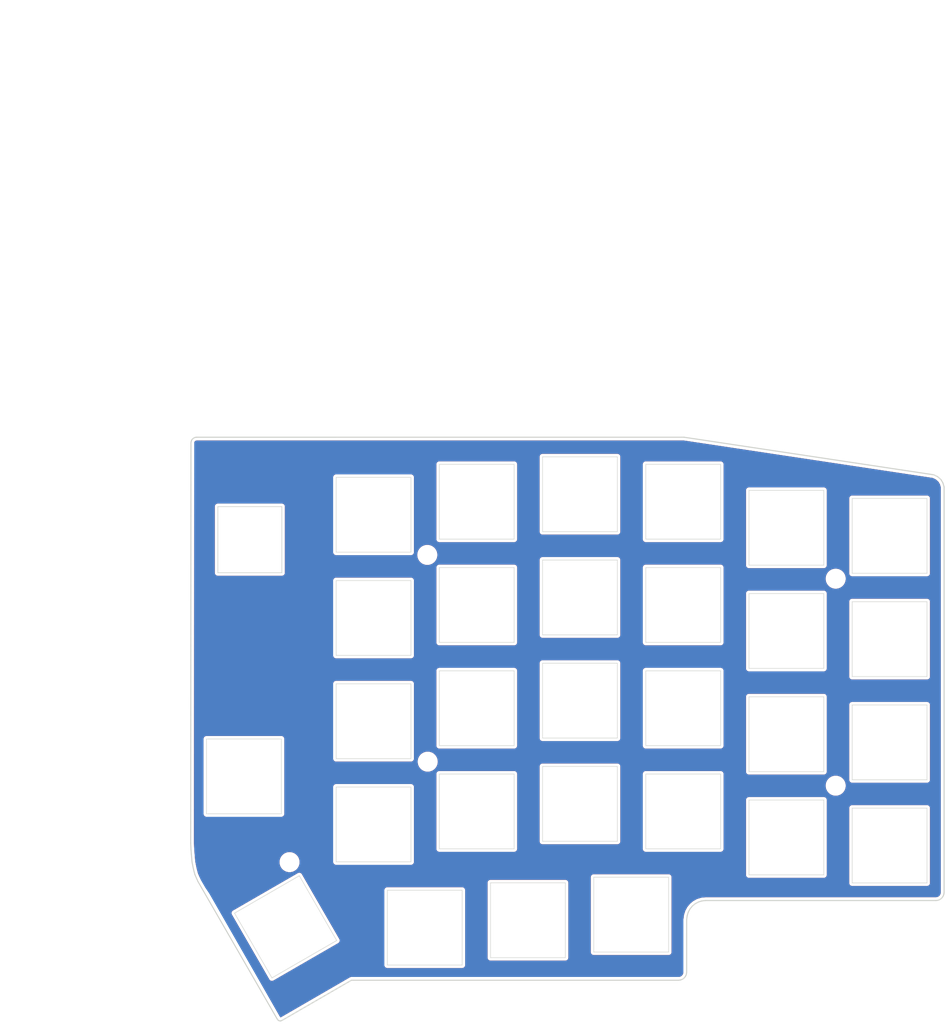
<source format=kicad_pcb>
(kicad_pcb (version 20171130) (host pcbnew "(5.1.6)-1")

  (general
    (thickness 1.6)
    (drawings 62)
    (tracks 0)
    (zones 0)
    (modules 35)
    (nets 1)
  )

  (page A4)
  (title_block
    (title "Lotus 58 Glow MX")
    (date 2020-12-12)
    (rev 0.95)
    (company "Markus Knutsson <markus.knutsson@tweety.se>")
    (comment 1 https://github.com/TweetyDaBird)
    (comment 2 "Licensed under CERN-OHL-S v2 or any superseding version")
  )

  (layers
    (0 F.Cu signal)
    (31 B.Cu signal)
    (32 B.Adhes user)
    (33 F.Adhes user)
    (34 B.Paste user)
    (35 F.Paste user)
    (36 B.SilkS user)
    (37 F.SilkS user)
    (38 B.Mask user)
    (39 F.Mask user)
    (40 Dwgs.User user)
    (41 Cmts.User user)
    (42 Eco1.User user)
    (43 Eco2.User user)
    (44 Edge.Cuts user)
    (45 Margin user)
    (46 B.CrtYd user)
    (47 F.CrtYd user)
    (48 B.Fab user)
    (49 F.Fab user)
  )

  (setup
    (last_trace_width 0.25)
    (user_trace_width 2.5)
    (trace_clearance 0.2)
    (zone_clearance 0.508)
    (zone_45_only no)
    (trace_min 0.2)
    (via_size 0.6096)
    (via_drill 0.3048)
    (via_min_size 0.4)
    (via_min_drill 0.3)
    (uvia_size 0.3)
    (uvia_drill 0.1)
    (uvias_allowed no)
    (uvia_min_size 0.2)
    (uvia_min_drill 0.1)
    (edge_width 0.15)
    (segment_width 0.2)
    (pcb_text_width 0.3)
    (pcb_text_size 1.5 1.5)
    (mod_edge_width 0.15)
    (mod_text_size 1 1)
    (mod_text_width 0.15)
    (pad_size 1.397 1.397)
    (pad_drill 0.8128)
    (pad_to_mask_clearance 0.2)
    (aux_axis_origin 76.0603 36.6903)
    (visible_elements 7FFFFF7F)
    (pcbplotparams
      (layerselection 0x010f0_ffffffff)
      (usegerberextensions true)
      (usegerberattributes false)
      (usegerberadvancedattributes false)
      (creategerberjobfile false)
      (excludeedgelayer true)
      (linewidth 0.100000)
      (plotframeref false)
      (viasonmask false)
      (mode 1)
      (useauxorigin false)
      (hpglpennumber 1)
      (hpglpenspeed 20)
      (hpglpendiameter 15.000000)
      (psnegative false)
      (psa4output false)
      (plotreference true)
      (plotvalue true)
      (plotinvisibletext false)
      (padsonsilk false)
      (subtractmaskfromsilk true)
      (outputformat 1)
      (mirror false)
      (drillshape 0)
      (scaleselection 1)
      (outputdirectory "../gerber/"))
  )

  (net 0 "")

  (net_class Default "これは標準のネット クラスです。"
    (clearance 0.2)
    (trace_width 0.25)
    (via_dia 0.6096)
    (via_drill 0.3048)
    (uvia_dia 0.3)
    (uvia_drill 0.1)
  )

  (net_class GND ""
    (clearance 0.2)
    (trace_width 0.5)
    (via_dia 0.8128)
    (via_drill 0.3048)
    (uvia_dia 0.3)
    (uvia_drill 0.1)
  )

  (net_class VCC ""
    (clearance 0.2)
    (trace_width 0.5)
    (via_dia 0.8128)
    (via_drill 0.3048)
    (uvia_dia 0.3)
    (uvia_drill 0.1)
  )

  (module "Keyboard Library:Cherry_MX_Plate_Hole_Placeholder" (layer F.Cu) (tedit 5FD86C71) (tstamp 5D2E3B10)
    (at 190.6 109.55)
    (descr "MX-style keyswitch with reversible Kailh socket mount")
    (tags MX,cherry,gateron,kailh,pg1511,socket)
    (path /5B7270F6)
    (fp_text reference SW23 (at 0 0) (layer F.SilkS) hide
      (effects (font (size 1.27 1.27) (thickness 0.15)))
    )
    (fp_text value SW_PUSH (at 0 0) (layer F.SilkS) hide
      (effects (font (size 1.27 1.27) (thickness 0.15)))
    )
    (fp_line (start 6.9 -6.9) (end -6.9 -6.9) (layer Edge.Cuts) (width 0.1))
    (fp_line (start 6.9 6.9) (end 6.9 -6.9) (layer Edge.Cuts) (width 0.1))
    (fp_line (start 6.9 6.9) (end -6.9 6.9) (layer Edge.Cuts) (width 0.1))
    (fp_line (start -6.9 6.9) (end -6.9 -6.9) (layer Edge.Cuts) (width 0.1))
  )

  (module "Keyboard Library:RotaryEncoder_PlateHole_Placeholder" (layer F.Cu) (tedit 5FD33B2B) (tstamp 5FBCC9BC)
    (at 91.567 54.594 270)
    (descr "Alps rotary encoder, EC12E... with switch, vertical shaft, http://www.alps.com/prod/info/E/HTML/Encoder/Incremental/EC11/EC11E15204A3.html")
    (tags "rotary encoder")
    (path /5FAEDC34)
    (fp_text reference SW30 (at -4.7 -7.2 90) (layer F.Fab)
      (effects (font (size 1 1) (thickness 0.15)))
    )
    (fp_text value Rotary_Encoder_Switch (at 0 7.9 90) (layer F.Fab)
      (effects (font (size 1 1) (thickness 0.15)))
    )
    (fp_line (start 6.1 5.9) (end -6.1 5.9) (layer Edge.Cuts) (width 0.12))
    (fp_line (start 6.1 -5.9) (end -6.1 -5.9) (layer Edge.Cuts) (width 0.12))
    (fp_line (start -6.1 -5.9) (end -6.1 5.9) (layer Edge.Cuts) (width 0.12))
    (fp_line (start 6.1 -5.9) (end 6.1 5.9) (layer Edge.Cuts) (width 0.12))
    (model ${KISYS3DMOD}/Rotary_Encoder.3dshapes/RotaryEncoder_Alps_EC11E-Switch_Vertical_H20mm.wrl
      (at (xyz 0 0 0))
      (scale (xyz 1 1 1))
      (rotate (xyz 0 0 0))
    )
  )

  (module "Keyboard Library:Cherry_MX_Plate_Hole_Placeholder" (layer F.Cu) (tedit 5FD86C71) (tstamp 5D2E3B8E)
    (at 161.95 123.8)
    (descr "MX-style keyswitch with reversible Kailh socket mount")
    (tags MX,cherry,gateron,kailh,pg1511,socket)
    (path /5B73449B)
    (fp_text reference SW29 (at 0 0) (layer F.SilkS) hide
      (effects (font (size 1.27 1.27) (thickness 0.15)))
    )
    (fp_text value SW_PUSH (at 0 0) (layer F.SilkS) hide
      (effects (font (size 1.27 1.27) (thickness 0.15)))
    )
    (fp_line (start 6.9 -6.9) (end -6.9 -6.9) (layer Edge.Cuts) (width 0.1))
    (fp_line (start 6.9 6.9) (end 6.9 -6.9) (layer Edge.Cuts) (width 0.1))
    (fp_line (start 6.9 6.9) (end -6.9 6.9) (layer Edge.Cuts) (width 0.1))
    (fp_line (start -6.9 6.9) (end -6.9 -6.9) (layer Edge.Cuts) (width 0.1))
  )

  (module "Keyboard Library:Cherry_MX_Plate_Hole_Placeholder" (layer F.Cu) (tedit 5FD86C71) (tstamp 5D2E3B79)
    (at 142.8977 124.8283)
    (descr "MX-style keyswitch with reversible Kailh socket mount")
    (tags MX,cherry,gateron,kailh,pg1511,socket)
    (path /5B734347)
    (fp_text reference SW28 (at 0 0) (layer F.SilkS) hide
      (effects (font (size 1.27 1.27) (thickness 0.15)))
    )
    (fp_text value SW_PUSH (at 0 0) (layer F.SilkS) hide
      (effects (font (size 1.27 1.27) (thickness 0.15)))
    )
    (fp_line (start 6.9 -6.9) (end -6.9 -6.9) (layer Edge.Cuts) (width 0.1))
    (fp_line (start 6.9 6.9) (end 6.9 -6.9) (layer Edge.Cuts) (width 0.1))
    (fp_line (start 6.9 6.9) (end -6.9 6.9) (layer Edge.Cuts) (width 0.1))
    (fp_line (start -6.9 6.9) (end -6.9 -6.9) (layer Edge.Cuts) (width 0.1))
  )

  (module "Keyboard Library:Cherry_MX_Plate_Hole_Placeholder" (layer F.Cu) (tedit 5FD86C71) (tstamp 5D2E3B64)
    (at 123.85 126.2)
    (descr "MX-style keyswitch with reversible Kailh socket mount")
    (tags MX,cherry,gateron,kailh,pg1511,socket)
    (path /5B7293B0)
    (fp_text reference SW27 (at 0 0) (layer F.SilkS) hide
      (effects (font (size 1.27 1.27) (thickness 0.15)))
    )
    (fp_text value SW_PUSH (at 0 0) (layer F.SilkS) hide
      (effects (font (size 1.27 1.27) (thickness 0.15)))
    )
    (fp_line (start 6.9 -6.9) (end -6.9 -6.9) (layer Edge.Cuts) (width 0.1))
    (fp_line (start 6.9 6.9) (end 6.9 -6.9) (layer Edge.Cuts) (width 0.1))
    (fp_line (start 6.9 6.9) (end -6.9 6.9) (layer Edge.Cuts) (width 0.1))
    (fp_line (start -6.9 6.9) (end -6.9 -6.9) (layer Edge.Cuts) (width 0.1))
  )

  (module "Keyboard Library:Cherry_MX_Plate_Hole_Placeholder" (layer F.Cu) (tedit 5FD86C71) (tstamp 5FB1EE42)
    (at 98.171 126.0475 300)
    (descr "MX-style keyswitch with reversible Kailh socket mount")
    (tags MX,cherry,gateron,kailh,pg1511,socket)
    (path /5B722582)
    (fp_text reference SW26 (at 0 0 120) (layer F.SilkS) hide
      (effects (font (size 1.27 1.27) (thickness 0.15)))
    )
    (fp_text value SW_PUSH (at 0 0 120) (layer F.SilkS) hide
      (effects (font (size 1.27 1.27) (thickness 0.15)))
    )
    (fp_line (start 6.9 -6.9) (end -6.9 -6.9) (layer Edge.Cuts) (width 0.1))
    (fp_line (start 6.9 6.9) (end 6.9 -6.9) (layer Edge.Cuts) (width 0.1))
    (fp_line (start 6.9 6.9) (end -6.9 6.9) (layer Edge.Cuts) (width 0.1))
    (fp_line (start -6.9 6.9) (end -6.9 -6.9) (layer Edge.Cuts) (width 0.1))
  )

  (module "Keyboard Library:Cherry_MX_Plate_Hole_Placeholder" (layer F.Cu) (tedit 5FD86C71) (tstamp 5FAC2AEB)
    (at 90.4748 98.2853)
    (descr "MX-style keyswitch with reversible Kailh socket mount")
    (tags MX,cherry,gateron,kailh,pg1511,socket)
    (path /5B722503)
    (fp_text reference SW25 (at 0 0) (layer F.SilkS) hide
      (effects (font (size 1.27 1.27) (thickness 0.15)))
    )
    (fp_text value SW_PUSH (at 0 0) (layer F.SilkS) hide
      (effects (font (size 1.27 1.27) (thickness 0.15)))
    )
    (fp_line (start 6.9 -6.9) (end -6.9 -6.9) (layer Edge.Cuts) (width 0.1))
    (fp_line (start 6.9 6.9) (end 6.9 -6.9) (layer Edge.Cuts) (width 0.1))
    (fp_line (start 6.9 6.9) (end -6.9 6.9) (layer Edge.Cuts) (width 0.1))
    (fp_line (start -6.9 6.9) (end -6.9 -6.9) (layer Edge.Cuts) (width 0.1))
  )

  (module "Keyboard Library:Cherry_MX_Plate_Hole_Placeholder" (layer F.Cu) (tedit 5FD86C71) (tstamp 5FAC4603)
    (at 209.65 111.05)
    (descr "MX-style keyswitch with reversible Kailh socket mount")
    (tags MX,cherry,gateron,kailh,pg1511,socket)
    (path /5B7271A5)
    (fp_text reference SW24 (at 0 0) (layer F.SilkS) hide
      (effects (font (size 1.27 1.27) (thickness 0.15)))
    )
    (fp_text value SW_PUSH (at 0 0) (layer F.SilkS) hide
      (effects (font (size 1.27 1.27) (thickness 0.15)))
    )
    (fp_line (start 6.9 -6.9) (end -6.9 -6.9) (layer Edge.Cuts) (width 0.1))
    (fp_line (start 6.9 6.9) (end 6.9 -6.9) (layer Edge.Cuts) (width 0.1))
    (fp_line (start 6.9 6.9) (end -6.9 6.9) (layer Edge.Cuts) (width 0.1))
    (fp_line (start -6.9 6.9) (end -6.9 -6.9) (layer Edge.Cuts) (width 0.1))
  )

  (module "Keyboard Library:Cherry_MX_Plate_Hole_Placeholder" (layer F.Cu) (tedit 5FD86C71) (tstamp 5D2E3AFB)
    (at 171.55 104.75)
    (descr "MX-style keyswitch with reversible Kailh socket mount")
    (tags MX,cherry,gateron,kailh,pg1511,socket)
    (path /5B727035)
    (fp_text reference SW22 (at 0 0) (layer F.SilkS) hide
      (effects (font (size 1.27 1.27) (thickness 0.15)))
    )
    (fp_text value SW_PUSH (at 0 0) (layer F.SilkS) hide
      (effects (font (size 1.27 1.27) (thickness 0.15)))
    )
    (fp_line (start 6.9 -6.9) (end -6.9 -6.9) (layer Edge.Cuts) (width 0.1))
    (fp_line (start 6.9 6.9) (end 6.9 -6.9) (layer Edge.Cuts) (width 0.1))
    (fp_line (start 6.9 6.9) (end -6.9 6.9) (layer Edge.Cuts) (width 0.1))
    (fp_line (start -6.9 6.9) (end -6.9 -6.9) (layer Edge.Cuts) (width 0.1))
  )

  (module "Keyboard Library:Cherry_MX_Plate_Hole_Placeholder" (layer F.Cu) (tedit 5FD86C71) (tstamp 5D2E3AE6)
    (at 152.5 103.36)
    (descr "MX-style keyswitch with reversible Kailh socket mount")
    (tags MX,cherry,gateron,kailh,pg1511,socket)
    (path /5B726F89)
    (fp_text reference SW21 (at 0 0) (layer F.SilkS) hide
      (effects (font (size 1.27 1.27) (thickness 0.15)))
    )
    (fp_text value SW_PUSH (at 0 0) (layer F.SilkS) hide
      (effects (font (size 1.27 1.27) (thickness 0.15)))
    )
    (fp_line (start 6.9 -6.9) (end -6.9 -6.9) (layer Edge.Cuts) (width 0.1))
    (fp_line (start 6.9 6.9) (end 6.9 -6.9) (layer Edge.Cuts) (width 0.1))
    (fp_line (start 6.9 6.9) (end -6.9 6.9) (layer Edge.Cuts) (width 0.1))
    (fp_line (start -6.9 6.9) (end -6.9 -6.9) (layer Edge.Cuts) (width 0.1))
  )

  (module "Keyboard Library:Cherry_MX_Plate_Hole_Placeholder" (layer F.Cu) (tedit 5FD86C71) (tstamp 5D2E3AD1)
    (at 133.45 104.75)
    (descr "MX-style keyswitch with reversible Kailh socket mount")
    (tags MX,cherry,gateron,kailh,pg1511,socket)
    (path /5B727256)
    (fp_text reference SW20 (at 0 0) (layer F.SilkS) hide
      (effects (font (size 1.27 1.27) (thickness 0.15)))
    )
    (fp_text value SW_PUSH (at 0 0) (layer F.SilkS) hide
      (effects (font (size 1.27 1.27) (thickness 0.15)))
    )
    (fp_line (start 6.9 -6.9) (end -6.9 -6.9) (layer Edge.Cuts) (width 0.1))
    (fp_line (start 6.9 6.9) (end 6.9 -6.9) (layer Edge.Cuts) (width 0.1))
    (fp_line (start 6.9 6.9) (end -6.9 6.9) (layer Edge.Cuts) (width 0.1))
    (fp_line (start -6.9 6.9) (end -6.9 -6.9) (layer Edge.Cuts) (width 0.1))
  )

  (module "Keyboard Library:Cherry_MX_Plate_Hole_Placeholder" (layer F.Cu) (tedit 5FD86C71) (tstamp 5D2E3ABC)
    (at 114.4 107.15)
    (descr "MX-style keyswitch with reversible Kailh socket mount")
    (tags MX,cherry,gateron,kailh,pg1511,socket)
    (path /5B727312)
    (fp_text reference SW19 (at 0 0) (layer F.SilkS) hide
      (effects (font (size 1.27 1.27) (thickness 0.15)))
    )
    (fp_text value SW_PUSH (at 0 0) (layer F.SilkS) hide
      (effects (font (size 1.27 1.27) (thickness 0.15)))
    )
    (fp_line (start 6.9 -6.9) (end -6.9 -6.9) (layer Edge.Cuts) (width 0.1))
    (fp_line (start 6.9 6.9) (end 6.9 -6.9) (layer Edge.Cuts) (width 0.1))
    (fp_line (start 6.9 6.9) (end -6.9 6.9) (layer Edge.Cuts) (width 0.1))
    (fp_line (start -6.9 6.9) (end -6.9 -6.9) (layer Edge.Cuts) (width 0.1))
  )

  (module "Keyboard Library:Cherry_MX_Plate_Hole_Placeholder" (layer F.Cu) (tedit 5FD86C71) (tstamp 5D2E3AA7)
    (at 209.65 92)
    (descr "MX-style keyswitch with reversible Kailh socket mount")
    (tags MX,cherry,gateron,kailh,pg1511,socket)
    (path /5B725398)
    (fp_text reference SW18 (at 0 0) (layer F.SilkS) hide
      (effects (font (size 1.27 1.27) (thickness 0.15)))
    )
    (fp_text value SW_PUSH (at 0 0) (layer F.SilkS) hide
      (effects (font (size 1.27 1.27) (thickness 0.15)))
    )
    (fp_line (start 6.9 -6.9) (end -6.9 -6.9) (layer Edge.Cuts) (width 0.1))
    (fp_line (start 6.9 6.9) (end 6.9 -6.9) (layer Edge.Cuts) (width 0.1))
    (fp_line (start 6.9 6.9) (end -6.9 6.9) (layer Edge.Cuts) (width 0.1))
    (fp_line (start -6.9 6.9) (end -6.9 -6.9) (layer Edge.Cuts) (width 0.1))
  )

  (module "Keyboard Library:Cherry_MX_Plate_Hole_Placeholder" (layer F.Cu) (tedit 5FD86C71) (tstamp 5D2E3A92)
    (at 190.6 90.5)
    (descr "MX-style keyswitch with reversible Kailh socket mount")
    (tags MX,cherry,gateron,kailh,pg1511,socket)
    (path /5B7252F1)
    (fp_text reference SW17 (at 0 0) (layer F.SilkS) hide
      (effects (font (size 1.27 1.27) (thickness 0.15)))
    )
    (fp_text value SW_PUSH (at 0 0) (layer F.SilkS) hide
      (effects (font (size 1.27 1.27) (thickness 0.15)))
    )
    (fp_line (start 6.9 -6.9) (end -6.9 -6.9) (layer Edge.Cuts) (width 0.1))
    (fp_line (start 6.9 6.9) (end 6.9 -6.9) (layer Edge.Cuts) (width 0.1))
    (fp_line (start 6.9 6.9) (end -6.9 6.9) (layer Edge.Cuts) (width 0.1))
    (fp_line (start -6.9 6.9) (end -6.9 -6.9) (layer Edge.Cuts) (width 0.1))
  )

  (module "Keyboard Library:Cherry_MX_Plate_Hole_Placeholder" (layer F.Cu) (tedit 5FD86C71) (tstamp 5FB39990)
    (at 171.55 85.7)
    (descr "MX-style keyswitch with reversible Kailh socket mount")
    (tags MX,cherry,gateron,kailh,pg1511,socket)
    (path /5B72524E)
    (fp_text reference SW16 (at 0 0) (layer F.SilkS) hide
      (effects (font (size 1.27 1.27) (thickness 0.15)))
    )
    (fp_text value SW_PUSH (at 0 0) (layer F.SilkS) hide
      (effects (font (size 1.27 1.27) (thickness 0.15)))
    )
    (fp_line (start 6.9 -6.9) (end -6.9 -6.9) (layer Edge.Cuts) (width 0.1))
    (fp_line (start 6.9 6.9) (end 6.9 -6.9) (layer Edge.Cuts) (width 0.1))
    (fp_line (start 6.9 6.9) (end -6.9 6.9) (layer Edge.Cuts) (width 0.1))
    (fp_line (start -6.9 6.9) (end -6.9 -6.9) (layer Edge.Cuts) (width 0.1))
  )

  (module "Keyboard Library:Cherry_MX_Plate_Hole_Placeholder" (layer F.Cu) (tedit 5FD86C71) (tstamp 5D2E3A68)
    (at 152.5 84.31)
    (descr "MX-style keyswitch with reversible Kailh socket mount")
    (tags MX,cherry,gateron,kailh,pg1511,socket)
    (path /5B7251BF)
    (fp_text reference SW15 (at 0 0) (layer F.SilkS) hide
      (effects (font (size 1.27 1.27) (thickness 0.15)))
    )
    (fp_text value SW_PUSH (at 0 0) (layer F.SilkS) hide
      (effects (font (size 1.27 1.27) (thickness 0.15)))
    )
    (fp_line (start 6.9 -6.9) (end -6.9 -6.9) (layer Edge.Cuts) (width 0.1))
    (fp_line (start 6.9 6.9) (end 6.9 -6.9) (layer Edge.Cuts) (width 0.1))
    (fp_line (start 6.9 6.9) (end -6.9 6.9) (layer Edge.Cuts) (width 0.1))
    (fp_line (start -6.9 6.9) (end -6.9 -6.9) (layer Edge.Cuts) (width 0.1))
  )

  (module "Keyboard Library:Cherry_MX_Plate_Hole_Placeholder" (layer F.Cu) (tedit 5FD86C71) (tstamp 5D2E3A53)
    (at 133.45 85.7)
    (descr "MX-style keyswitch with reversible Kailh socket mount")
    (tags MX,cherry,gateron,kailh,pg1511,socket)
    (path /5B725133)
    (fp_text reference SW14 (at 0 0) (layer F.SilkS) hide
      (effects (font (size 1.27 1.27) (thickness 0.15)))
    )
    (fp_text value SW_PUSH (at 0 0) (layer F.SilkS) hide
      (effects (font (size 1.27 1.27) (thickness 0.15)))
    )
    (fp_line (start 6.9 -6.9) (end -6.9 -6.9) (layer Edge.Cuts) (width 0.1))
    (fp_line (start 6.9 6.9) (end 6.9 -6.9) (layer Edge.Cuts) (width 0.1))
    (fp_line (start 6.9 6.9) (end -6.9 6.9) (layer Edge.Cuts) (width 0.1))
    (fp_line (start -6.9 6.9) (end -6.9 -6.9) (layer Edge.Cuts) (width 0.1))
  )

  (module "Keyboard Library:Cherry_MX_Plate_Hole_Placeholder" (layer F.Cu) (tedit 5FD86C71) (tstamp 5D2E3A3E)
    (at 114.4 88.1)
    (descr "MX-style keyswitch with reversible Kailh socket mount")
    (tags MX,cherry,gateron,kailh,pg1511,socket)
    (path /5B7250AD)
    (fp_text reference SW13 (at 0 0) (layer F.SilkS) hide
      (effects (font (size 1.27 1.27) (thickness 0.15)))
    )
    (fp_text value SW_PUSH (at 0 0) (layer F.SilkS) hide
      (effects (font (size 1.27 1.27) (thickness 0.15)))
    )
    (fp_line (start 6.9 -6.9) (end -6.9 -6.9) (layer Edge.Cuts) (width 0.1))
    (fp_line (start 6.9 6.9) (end 6.9 -6.9) (layer Edge.Cuts) (width 0.1))
    (fp_line (start 6.9 6.9) (end -6.9 6.9) (layer Edge.Cuts) (width 0.1))
    (fp_line (start -6.9 6.9) (end -6.9 -6.9) (layer Edge.Cuts) (width 0.1))
  )

  (module "Keyboard Library:Cherry_MX_Plate_Hole_Placeholder" (layer F.Cu) (tedit 5FD86C71) (tstamp 5D2E3A29)
    (at 209.65 72.95)
    (descr "MX-style keyswitch with reversible Kailh socket mount")
    (tags MX,cherry,gateron,kailh,pg1511,socket)
    (path /5B723AD3)
    (fp_text reference SW12 (at 0 0) (layer F.SilkS) hide
      (effects (font (size 1.27 1.27) (thickness 0.15)))
    )
    (fp_text value SW_PUSH (at 0 0) (layer F.SilkS) hide
      (effects (font (size 1.27 1.27) (thickness 0.15)))
    )
    (fp_line (start 6.9 -6.9) (end -6.9 -6.9) (layer Edge.Cuts) (width 0.1))
    (fp_line (start 6.9 6.9) (end 6.9 -6.9) (layer Edge.Cuts) (width 0.1))
    (fp_line (start 6.9 6.9) (end -6.9 6.9) (layer Edge.Cuts) (width 0.1))
    (fp_line (start -6.9 6.9) (end -6.9 -6.9) (layer Edge.Cuts) (width 0.1))
  )

  (module "Keyboard Library:Cherry_MX_Plate_Hole_Placeholder" (layer F.Cu) (tedit 5FD86C71) (tstamp 5D2E3A14)
    (at 190.6 71.45)
    (descr "MX-style keyswitch with reversible Kailh socket mount")
    (tags MX,cherry,gateron,kailh,pg1511,socket)
    (path /5B72387D)
    (fp_text reference SW11 (at 0 0) (layer F.SilkS) hide
      (effects (font (size 1.27 1.27) (thickness 0.15)))
    )
    (fp_text value SW_PUSH (at 0 0) (layer F.SilkS) hide
      (effects (font (size 1.27 1.27) (thickness 0.15)))
    )
    (fp_line (start 6.9 -6.9) (end -6.9 -6.9) (layer Edge.Cuts) (width 0.1))
    (fp_line (start 6.9 6.9) (end 6.9 -6.9) (layer Edge.Cuts) (width 0.1))
    (fp_line (start 6.9 6.9) (end -6.9 6.9) (layer Edge.Cuts) (width 0.1))
    (fp_line (start -6.9 6.9) (end -6.9 -6.9) (layer Edge.Cuts) (width 0.1))
  )

  (module "Keyboard Library:Cherry_MX_Plate_Hole_Placeholder" (layer F.Cu) (tedit 5FD86C71) (tstamp 5D2E39FF)
    (at 171.55 66.65)
    (descr "MX-style keyswitch with reversible Kailh socket mount")
    (tags MX,cherry,gateron,kailh,pg1511,socket)
    (path /5B7237A6)
    (fp_text reference SW10 (at 0 0) (layer F.SilkS) hide
      (effects (font (size 1.27 1.27) (thickness 0.15)))
    )
    (fp_text value SW_PUSH (at 0 0) (layer F.SilkS) hide
      (effects (font (size 1.27 1.27) (thickness 0.15)))
    )
    (fp_line (start 6.9 -6.9) (end -6.9 -6.9) (layer Edge.Cuts) (width 0.1))
    (fp_line (start 6.9 6.9) (end 6.9 -6.9) (layer Edge.Cuts) (width 0.1))
    (fp_line (start 6.9 6.9) (end -6.9 6.9) (layer Edge.Cuts) (width 0.1))
    (fp_line (start -6.9 6.9) (end -6.9 -6.9) (layer Edge.Cuts) (width 0.1))
  )

  (module "Keyboard Library:Cherry_MX_Plate_Hole_Placeholder" (layer F.Cu) (tedit 5FD86C71) (tstamp 5D2E39EA)
    (at 152.5 65.26)
    (descr "MX-style keyswitch with reversible Kailh socket mount")
    (tags MX,cherry,gateron,kailh,pg1511,socket)
    (path /5B723731)
    (fp_text reference SW9 (at 0 0) (layer F.SilkS) hide
      (effects (font (size 1.27 1.27) (thickness 0.15)))
    )
    (fp_text value SW_PUSH (at 0 0) (layer F.SilkS) hide
      (effects (font (size 1.27 1.27) (thickness 0.15)))
    )
    (fp_line (start 6.9 -6.9) (end -6.9 -6.9) (layer Edge.Cuts) (width 0.1))
    (fp_line (start 6.9 6.9) (end 6.9 -6.9) (layer Edge.Cuts) (width 0.1))
    (fp_line (start 6.9 6.9) (end -6.9 6.9) (layer Edge.Cuts) (width 0.1))
    (fp_line (start -6.9 6.9) (end -6.9 -6.9) (layer Edge.Cuts) (width 0.1))
  )

  (module "Keyboard Library:Cherry_MX_Plate_Hole_Placeholder" (layer F.Cu) (tedit 5FD86C71) (tstamp 5FE2A4B7)
    (at 133.45 66.65)
    (descr "MX-style keyswitch with reversible Kailh socket mount")
    (tags MX,cherry,gateron,kailh,pg1511,socket)
    (path /5B723388)
    (fp_text reference SW8 (at 0 0) (layer F.SilkS) hide
      (effects (font (size 1.27 1.27) (thickness 0.15)))
    )
    (fp_text value SW_PUSH (at 0 0) (layer F.SilkS) hide
      (effects (font (size 1.27 1.27) (thickness 0.15)))
    )
    (fp_line (start 6.9 -6.9) (end -6.9 -6.9) (layer Edge.Cuts) (width 0.1))
    (fp_line (start 6.9 6.9) (end 6.9 -6.9) (layer Edge.Cuts) (width 0.1))
    (fp_line (start 6.9 6.9) (end -6.9 6.9) (layer Edge.Cuts) (width 0.1))
    (fp_line (start -6.9 6.9) (end -6.9 -6.9) (layer Edge.Cuts) (width 0.1))
  )

  (module "Keyboard Library:Cherry_MX_Plate_Hole_Placeholder" (layer F.Cu) (tedit 5FD86C71) (tstamp 5D2E39C0)
    (at 114.4 69.05)
    (descr "MX-style keyswitch with reversible Kailh socket mount")
    (tags MX,cherry,gateron,kailh,pg1511,socket)
    (path /5B723C9D)
    (fp_text reference SW7 (at 0 0) (layer F.SilkS) hide
      (effects (font (size 1.27 1.27) (thickness 0.15)))
    )
    (fp_text value SW_PUSH (at 0 0) (layer F.SilkS) hide
      (effects (font (size 1.27 1.27) (thickness 0.15)))
    )
    (fp_line (start 6.9 -6.9) (end -6.9 -6.9) (layer Edge.Cuts) (width 0.1))
    (fp_line (start 6.9 6.9) (end 6.9 -6.9) (layer Edge.Cuts) (width 0.1))
    (fp_line (start 6.9 6.9) (end -6.9 6.9) (layer Edge.Cuts) (width 0.1))
    (fp_line (start -6.9 6.9) (end -6.9 -6.9) (layer Edge.Cuts) (width 0.1))
  )

  (module "Keyboard Library:Cherry_MX_Plate_Hole_Placeholder" (layer F.Cu) (tedit 5FD86C71) (tstamp 5D2E39AB)
    (at 209.65 53.9)
    (descr "MX-style keyswitch with reversible Kailh socket mount")
    (tags MX,cherry,gateron,kailh,pg1511,socket)
    (path /5B722CA9)
    (fp_text reference SW6 (at 0 0) (layer F.SilkS) hide
      (effects (font (size 1.27 1.27) (thickness 0.15)))
    )
    (fp_text value SW_PUSH (at 0 0) (layer F.SilkS) hide
      (effects (font (size 1.27 1.27) (thickness 0.15)))
    )
    (fp_line (start 6.9 -6.9) (end -6.9 -6.9) (layer Edge.Cuts) (width 0.1))
    (fp_line (start 6.9 6.9) (end 6.9 -6.9) (layer Edge.Cuts) (width 0.1))
    (fp_line (start 6.9 6.9) (end -6.9 6.9) (layer Edge.Cuts) (width 0.1))
    (fp_line (start -6.9 6.9) (end -6.9 -6.9) (layer Edge.Cuts) (width 0.1))
  )

  (module "Keyboard Library:Cherry_MX_Plate_Hole_Placeholder" (layer F.Cu) (tedit 5FD86C71) (tstamp 5FD2C7F5)
    (at 190.6 52.4)
    (descr "MX-style keyswitch with reversible Kailh socket mount")
    (tags MX,cherry,gateron,kailh,pg1511,socket)
    (path /5B722B51)
    (fp_text reference SW5 (at 0 0) (layer F.SilkS) hide
      (effects (font (size 1.27 1.27) (thickness 0.15)))
    )
    (fp_text value SW_PUSH (at 0 0) (layer F.SilkS) hide
      (effects (font (size 1.27 1.27) (thickness 0.15)))
    )
    (fp_line (start 6.9 -6.9) (end -6.9 -6.9) (layer Edge.Cuts) (width 0.1))
    (fp_line (start 6.9 6.9) (end 6.9 -6.9) (layer Edge.Cuts) (width 0.1))
    (fp_line (start 6.9 6.9) (end -6.9 6.9) (layer Edge.Cuts) (width 0.1))
    (fp_line (start -6.9 6.9) (end -6.9 -6.9) (layer Edge.Cuts) (width 0.1))
  )

  (module "Keyboard Library:Cherry_MX_Plate_Hole_Placeholder" (layer F.Cu) (tedit 5FD86C71) (tstamp 5D2E3981)
    (at 171.55 47.6)
    (descr "MX-style keyswitch with reversible Kailh socket mount")
    (tags MX,cherry,gateron,kailh,pg1511,socket)
    (path /5B722A11)
    (fp_text reference SW4 (at 0 0) (layer F.SilkS) hide
      (effects (font (size 1.27 1.27) (thickness 0.15)))
    )
    (fp_text value SW_PUSH (at 0 0) (layer F.SilkS) hide
      (effects (font (size 1.27 1.27) (thickness 0.15)))
    )
    (fp_line (start 6.9 -6.9) (end -6.9 -6.9) (layer Edge.Cuts) (width 0.1))
    (fp_line (start 6.9 6.9) (end 6.9 -6.9) (layer Edge.Cuts) (width 0.1))
    (fp_line (start 6.9 6.9) (end -6.9 6.9) (layer Edge.Cuts) (width 0.1))
    (fp_line (start -6.9 6.9) (end -6.9 -6.9) (layer Edge.Cuts) (width 0.1))
  )

  (module "Keyboard Library:Cherry_MX_Plate_Hole_Placeholder" (layer F.Cu) (tedit 5FD86C71) (tstamp 5D2E396C)
    (at 152.5 46.21)
    (descr "MX-style keyswitch with reversible Kailh socket mount")
    (tags MX,cherry,gateron,kailh,pg1511,socket)
    (path /5B7228F7)
    (fp_text reference SW3 (at 0 0) (layer F.SilkS) hide
      (effects (font (size 1.27 1.27) (thickness 0.15)))
    )
    (fp_text value SW_PUSH (at 0 0) (layer F.SilkS) hide
      (effects (font (size 1.27 1.27) (thickness 0.15)))
    )
    (fp_line (start 6.9 -6.9) (end -6.9 -6.9) (layer Edge.Cuts) (width 0.1))
    (fp_line (start 6.9 6.9) (end 6.9 -6.9) (layer Edge.Cuts) (width 0.1))
    (fp_line (start 6.9 6.9) (end -6.9 6.9) (layer Edge.Cuts) (width 0.1))
    (fp_line (start -6.9 6.9) (end -6.9 -6.9) (layer Edge.Cuts) (width 0.1))
  )

  (module "Keyboard Library:Cherry_MX_Plate_Hole_Placeholder" (layer F.Cu) (tedit 5FD86C71) (tstamp 5D2E3957)
    (at 133.45 47.6)
    (descr "MX-style keyswitch with reversible Kailh socket mount")
    (tags MX,cherry,gateron,kailh,pg1511,socket)
    (path /5B7227CD)
    (fp_text reference SW2 (at 0 0) (layer F.SilkS) hide
      (effects (font (size 1.27 1.27) (thickness 0.15)))
    )
    (fp_text value SW_PUSH (at 0 0) (layer F.SilkS) hide
      (effects (font (size 1.27 1.27) (thickness 0.15)))
    )
    (fp_line (start 6.9 -6.9) (end -6.9 -6.9) (layer Edge.Cuts) (width 0.1))
    (fp_line (start 6.9 6.9) (end 6.9 -6.9) (layer Edge.Cuts) (width 0.1))
    (fp_line (start 6.9 6.9) (end -6.9 6.9) (layer Edge.Cuts) (width 0.1))
    (fp_line (start -6.9 6.9) (end -6.9 -6.9) (layer Edge.Cuts) (width 0.1))
  )

  (module "Keyboard Library:Cherry_MX_Plate_Hole_Placeholder" (layer F.Cu) (tedit 5FD86C71) (tstamp 5D2EB223)
    (at 114.4 50)
    (descr "MX-style keyswitch with reversible Kailh socket mount")
    (tags MX,cherry,gateron,kailh,pg1511,socket)
    (path /5B7225DA)
    (fp_text reference SW1 (at 0 0) (layer F.SilkS) hide
      (effects (font (size 1.27 1.27) (thickness 0.15)))
    )
    (fp_text value SW_PUSH (at 0 0) (layer F.SilkS) hide
      (effects (font (size 1.27 1.27) (thickness 0.15)))
    )
    (fp_line (start 6.9 -6.9) (end -6.9 -6.9) (layer Edge.Cuts) (width 0.1))
    (fp_line (start 6.9 6.9) (end 6.9 -6.9) (layer Edge.Cuts) (width 0.1))
    (fp_line (start 6.9 6.9) (end -6.9 6.9) (layer Edge.Cuts) (width 0.1))
    (fp_line (start -6.9 6.9) (end -6.9 -6.9) (layer Edge.Cuts) (width 0.1))
  )

  (module MountingHole:MountingHole_2.7mm_M2.5 locked (layer F.Cu) (tedit 56D1B4CB) (tstamp 5B8BE962)
    (at 98.8949 114.1095 90)
    (descr "Mounting Hole 2.7mm, no annular, M2.5")
    (tags "mounting hole 2.7mm no annular m2.5")
    (path /5B74D98F)
    (attr virtual)
    (fp_text reference TH7 (at 0 -3.7 90) (layer F.SilkS) hide
      (effects (font (size 1 1) (thickness 0.15)))
    )
    (fp_text value HOLE (at 0 3.7 90) (layer F.Fab)
      (effects (font (size 1 1) (thickness 0.15)))
    )
    (fp_circle (center 0 0) (end 2.95 0) (layer F.CrtYd) (width 0.05))
    (fp_circle (center 0 0) (end 2.7 0) (layer Cmts.User) (width 0.15))
    (fp_text user %R (at 0.3 0 90) (layer F.Fab)
      (effects (font (size 1 1) (thickness 0.15)))
    )
    (pad 1 np_thru_hole circle (at 0 0 90) (size 2.7 2.7) (drill 2.7) (layers *.Cu *.Mask))
  )

  (module MountingHole:MountingHole_2.7mm_M2.5 locked (layer F.Cu) (tedit 56D1B4CB) (tstamp 5B8BE95D)
    (at 199.7 100)
    (descr "Mounting Hole 2.7mm, no annular, M2.5")
    (tags "mounting hole 2.7mm no annular m2.5")
    (path /5B74D88C)
    (attr virtual)
    (fp_text reference TH6 (at 0 -3.7) (layer F.SilkS) hide
      (effects (font (size 1 1) (thickness 0.15)))
    )
    (fp_text value HOLE (at 0 3.7) (layer F.Fab)
      (effects (font (size 1 1) (thickness 0.15)))
    )
    (fp_circle (center 0 0) (end 2.95 0) (layer F.CrtYd) (width 0.05))
    (fp_circle (center 0 0) (end 2.7 0) (layer Cmts.User) (width 0.15))
    (fp_text user %R (at 0.3 0) (layer F.Fab)
      (effects (font (size 1 1) (thickness 0.15)))
    )
    (pad 1 np_thru_hole circle (at 0 0) (size 2.7 2.7) (drill 2.7) (layers *.Cu *.Mask))
  )

  (module MountingHole:MountingHole_2.7mm_M2.5 locked (layer F.Cu) (tedit 56D1B4CB) (tstamp 5B8BE958)
    (at 124.3965 95.5675)
    (descr "Mounting Hole 2.7mm, no annular, M2.5")
    (tags "mounting hole 2.7mm no annular m2.5")
    (path /5B74D78B)
    (attr virtual)
    (fp_text reference TH5 (at 0 -3.7) (layer F.SilkS) hide
      (effects (font (size 1 1) (thickness 0.15)))
    )
    (fp_text value HOLE (at 0 3.7) (layer F.Fab)
      (effects (font (size 1 1) (thickness 0.15)))
    )
    (fp_circle (center 0 0) (end 2.95 0) (layer F.CrtYd) (width 0.05))
    (fp_circle (center 0 0) (end 2.7 0) (layer Cmts.User) (width 0.15))
    (fp_text user %R (at 0.3 0) (layer F.Fab)
      (effects (font (size 1 1) (thickness 0.15)))
    )
    (pad 1 np_thru_hole circle (at 0 0) (size 2.7 2.7) (drill 2.7) (layers *.Cu *.Mask))
  )

  (module MountingHole:MountingHole_2.7mm_M2.5 locked (layer F.Cu) (tedit 56D1B4CB) (tstamp 5B8BE953)
    (at 199.7 61.8)
    (descr "Mounting Hole 2.7mm, no annular, M2.5")
    (tags "mounting hole 2.7mm no annular m2.5")
    (path /5B74D1C0)
    (attr virtual)
    (fp_text reference TH4 (at 0 -3.7) (layer F.SilkS) hide
      (effects (font (size 1 1) (thickness 0.15)))
    )
    (fp_text value HOLE (at 0 3.7) (layer F.Fab)
      (effects (font (size 1 1) (thickness 0.15)))
    )
    (fp_circle (center 0 0) (end 2.95 0) (layer F.CrtYd) (width 0.05))
    (fp_circle (center 0 0) (end 2.7 0) (layer Cmts.User) (width 0.15))
    (fp_text user %R (at 0.3 0) (layer F.Fab)
      (effects (font (size 1 1) (thickness 0.15)))
    )
    (pad 1 np_thru_hole circle (at 0 0) (size 2.7 2.7) (drill 2.7) (layers *.Cu *.Mask))
  )

  (module MountingHole:MountingHole_2.7mm_M2.5 locked (layer F.Cu) (tedit 56D1B4CB) (tstamp 5B8BE94E)
    (at 124.32538 57.40908)
    (descr "Mounting Hole 2.7mm, no annular, M2.5")
    (tags "mounting hole 2.7mm no annular m2.5")
    (path /5B74DA95)
    (attr virtual)
    (fp_text reference TH3 (at 0 -3.7) (layer F.SilkS) hide
      (effects (font (size 1 1) (thickness 0.15)))
    )
    (fp_text value HOLE (at 0 3.7) (layer F.Fab)
      (effects (font (size 1 1) (thickness 0.15)))
    )
    (fp_circle (center 0 0) (end 2.95 0) (layer F.CrtYd) (width 0.05))
    (fp_circle (center 0 0) (end 2.7 0) (layer Cmts.User) (width 0.15))
    (fp_text user %R (at 0.3 0) (layer F.Fab)
      (effects (font (size 1 1) (thickness 0.15)))
    )
    (pad 1 np_thru_hole circle (at 0 0) (size 2.7 2.7) (drill 2.7) (layers *.Cu *.Mask))
  )

  (dimension 139.00462 (width 0.15) (layer Eco1.User)
    (gr_text "139,005 mm" (at 150.20261 20.544) (layer Eco1.User)
      (effects (font (size 1 1) (thickness 0.15)))
    )
    (feature1 (pts (xy 80.7003 44.8564) (xy 80.7003 21.257579)))
    (feature2 (pts (xy 219.70492 44.8564) (xy 219.70492 21.257579)))
    (crossbar (pts (xy 219.70492 21.844) (xy 80.7003 21.844)))
    (arrow1a (pts (xy 80.7003 21.844) (xy 81.826804 21.257579)))
    (arrow1b (pts (xy 80.7003 21.844) (xy 81.826804 22.430421)))
    (arrow2a (pts (xy 219.70492 21.844) (xy 218.578416 21.257579)))
    (arrow2b (pts (xy 219.70492 21.844) (xy 218.578416 22.430421)))
  )
  (gr_line (start 80.7085 111.8235) (end 80.772 112.649) (layer Edge.Cuts) (width 0.2) (tstamp 5FB11E18))
  (gr_line (start 80.772 112.649) (end 80.899 114.1095) (layer Edge.Cuts) (width 0.2) (tstamp 5FB11B71))
  (gr_line (start 97.594758 143.271756) (end 110.31982 135.90524) (layer Edge.Cuts) (width 0.2))
  (gr_line (start 218.511891 42.96639) (end 217.79552 42.621355) (layer Edge.Cuts) (width 0.2))
  (gr_line (start 219.50172 44.1452) (end 219.70492 44.8564) (layer Edge.Cuts) (width 0.2) (tstamp 5FAC4583))
  (gr_line (start 219.13342 43.5102) (end 219.50172 44.1452) (layer Edge.Cuts) (width 0.2))
  (dimension 106.7181 (width 0.3) (layer Eco1.User) (tstamp 5BE6B60C)
    (gr_text "106,718 mm" (at 70.9603 90.04935 270) (layer Eco1.User) (tstamp 5BE6B60C)
      (effects (font (size 1.5 1.5) (thickness 0.3)))
    )
    (feature1 (pts (xy 76.0603 143.4084) (xy 72.473879 143.4084)))
    (feature2 (pts (xy 76.0603 36.6903) (xy 72.473879 36.6903)))
    (crossbar (pts (xy 73.0603 36.6903) (xy 73.0603 143.4084)))
    (arrow1a (pts (xy 73.0603 143.4084) (xy 72.473879 142.281896)))
    (arrow1b (pts (xy 73.0603 143.4084) (xy 73.646721 142.281896)))
    (arrow2a (pts (xy 73.0603 36.6903) (xy 72.473879 37.816804)))
    (arrow2b (pts (xy 73.0603 36.6903) (xy 73.646721 37.816804)))
  )
  (gr_line (start 175.719348 121.193595) (end 218.18092 121.19356) (layer Edge.Cuts) (width 0.2))
  (gr_line (start 175.013524 121.264638) (end 175.719348 121.193595) (layer Edge.Cuts) (width 0.2))
  (gr_line (start 174.356326 121.468421) (end 175.013524 121.264638) (layer Edge.Cuts) (width 0.2))
  (gr_line (start 173.761773 121.790925) (end 174.356326 121.468421) (layer Edge.Cuts) (width 0.2))
  (gr_line (start 173.243884 122.218131) (end 173.761773 121.790925) (layer Edge.Cuts) (width 0.2))
  (gr_line (start 172.816678 122.73602) (end 173.243884 122.218131) (layer Edge.Cuts) (width 0.2))
  (gr_line (start 172.494174 123.330573) (end 172.816678 122.73602) (layer Edge.Cuts) (width 0.2))
  (gr_line (start 172.290391 123.987771) (end 172.494174 123.330573) (layer Edge.Cuts) (width 0.2))
  (gr_line (start 172.19422 124.69622) (end 172.290391 123.987771) (layer Edge.Cuts) (width 0.2))
  (gr_line (start 217.79552 42.621355) (end 171.704 35.687) (layer Edge.Cuts) (width 0.2))
  (gr_line (start 171.53204 135.649242) (end 171.277232 135.787458) (layer Edge.Cuts) (width 0.2))
  (gr_line (start 171.753993 135.466153) (end 171.53204 135.649242) (layer Edge.Cuts) (width 0.2))
  (gr_line (start 171.937081 135.244201) (end 171.753993 135.466153) (layer Edge.Cuts) (width 0.2))
  (gr_line (start 172.075297 134.989392) (end 171.937081 135.244201) (layer Edge.Cuts) (width 0.2) (tstamp 5FB0BD0B))
  (gr_line (start 172.162633 134.707736) (end 172.075297 134.989392) (layer Edge.Cuts) (width 0.2))
  (gr_line (start 172.19308 134.427634) (end 172.162633 134.707736) (layer Edge.Cuts) (width 0.2))
  (gr_line (start 219.70492 44.8564) (end 219.70492 119.6848) (layer Edge.Cuts) (width 0.2))
  (gr_line (start 81.163697 35.869721) (end 81.342063 35.77297) (layer Edge.Cuts) (width 0.2) (tstamp 5FB119D9))
  (gr_line (start 81.00833 35.997883) (end 81.163697 35.869721) (layer Edge.Cuts) (width 0.2) (tstamp 5FB119D6))
  (gr_line (start 80.880169 36.153249) (end 81.00833 35.997883) (layer Edge.Cuts) (width 0.2) (tstamp 5FB119D0))
  (gr_line (start 80.783417 36.331615) (end 80.880169 36.153249) (layer Edge.Cuts) (width 0.2) (tstamp 5FB119D3))
  (gr_line (start 80.722283 36.528775) (end 80.783417 36.331615) (layer Edge.Cuts) (width 0.2) (tstamp 5FB119C7))
  (gr_line (start 80.7003 36.7444) (end 80.722283 36.528775) (layer Edge.Cuts) (width 0.2) (tstamp 5FB119C4))
  (gr_line (start 81.539222 35.711835) (end 81.7544 35.6903) (layer Edge.Cuts) (width 0.2) (tstamp 5FB119CD))
  (gr_line (start 81.342063 35.77297) (end 81.539222 35.711835) (layer Edge.Cuts) (width 0.2) (tstamp 5FB119CA))
  (gr_line (start 171.704 35.687) (end 81.7544 35.6903) (layer Edge.Cuts) (width 0.2) (tstamp 5FDBB7F0))
  (gr_line (start 80.645 110.617) (end 80.7003 36.7444) (layer Edge.Cuts) (width 0.2))
  (gr_line (start 81.4197 116.3955) (end 81.9785 117.6655) (layer Edge.Cuts) (width 0.2) (tstamp 5FAC2F1F))
  (gr_line (start 81.153 115.3795) (end 81.4197 116.3955) (layer Edge.Cuts) (width 0.2))
  (gr_line (start 80.645 110.617) (end 80.7085 111.8235) (layer Edge.Cuts) (width 0.2))
  (gr_line (start 97.426864 143.357278) (end 97.594758 143.271756) (layer Edge.Cuts) (width 0.2))
  (gr_line (start 97.268206 143.404468) (end 97.426864 143.357278) (layer Edge.Cuts) (width 0.2))
  (gr_line (start 97.119252 143.413974) (end 97.268206 143.404468) (layer Edge.Cuts) (width 0.2))
  (gr_line (start 96.98047 143.386445) (end 97.119252 143.413974) (layer Edge.Cuts) (width 0.2))
  (gr_line (start 96.852328 143.322532) (end 96.98047 143.386445) (layer Edge.Cuts) (width 0.2))
  (gr_line (start 96.735295 143.222884) (end 96.852328 143.322532) (layer Edge.Cuts) (width 0.2))
  (gr_line (start 96.629837 143.08815) (end 96.735295 143.222884) (layer Edge.Cuts) (width 0.2))
  (gr_line (start 81.9785 117.6655) (end 96.629837 143.08815) (layer Edge.Cuts) (width 0.2))
  (gr_line (start 80.899 114.1095) (end 81.153 115.3795) (layer Edge.Cuts) (width 0.2))
  (gr_line (start 110.31982 135.90524) (end 170.69308 135.90524) (layer Edge.Cuts) (width 0.2))
  (gr_line (start 172.19422 124.69622) (end 172.19308 134.427634) (layer Edge.Cuts) (width 0.2))
  (gr_line (start 170.995576 135.874793) (end 170.69308 135.90524) (layer Edge.Cuts) (width 0.2))
  (gr_line (start 171.277232 135.787458) (end 170.995576 135.874793) (layer Edge.Cuts) (width 0.2))
  (gr_line (start 219.13342 43.5102) (end 218.511891 42.96639) (layer Edge.Cuts) (width 0.2))
  (gr_line (start 218.500315 121.165688) (end 218.18092 121.19356) (layer Edge.Cuts) (width 0.2) (tstamp 5FAC46A0))
  (gr_line (start 218.781972 121.078352) (end 218.500315 121.165688) (layer Edge.Cuts) (width 0.2) (tstamp 5FAC469D))
  (gr_line (start 219.03678 120.940136) (end 218.781972 121.078352) (layer Edge.Cuts) (width 0.2) (tstamp 5FAC468E))
  (gr_line (start 219.258732 120.757048) (end 219.03678 120.940136) (layer Edge.Cuts) (width 0.2) (tstamp 5FAC468B))
  (gr_line (start 219.441821 120.535096) (end 219.258732 120.757048) (layer Edge.Cuts) (width 0.2) (tstamp 5FAC469A))
  (gr_line (start 219.580037 120.280287) (end 219.441821 120.535096) (layer Edge.Cuts) (width 0.2) (tstamp 5FAC4694))
  (gr_line (start 219.667372 119.998631) (end 219.580037 120.280287) (layer Edge.Cuts) (width 0.2) (tstamp 5FAC4691))
  (gr_line (start 219.70492 119.6848) (end 219.667372 119.998631) (layer Edge.Cuts) (width 0.2) (tstamp 5FAC4697))
  (gr_line (start 61.3824 -17.470697) (end 61.3824 -17.470697) (layer Eco2.User) (width 0.1))
  (gr_line (start 45.503294 -44.952764) (end 45.503294 -44.952764) (layer Eco2.User) (width 0.1))

  (zone (net 0) (net_name "") (layer B.Cu) (tstamp 5C0C0F13) (hatch edge 0.508)
    (connect_pads (clearance 0.508))
    (min_thickness 0.254)
    (fill yes (arc_segments 16) (thermal_gap 0.508) (thermal_bridge_width 0.508))
    (polygon
      (pts
        (xy 72.54265 35.2056) (xy 219.76055 35.1016) (xy 219.9 121) (xy 173.9 121) (xy 173.9 136)
        (xy 111.9 136) (xy 97.9 144) (xy 84.074 119.888) (xy 72.6821 103.104)
      )
    )
    (filled_polygon
      (pts
        (xy 217.576499 43.331674) (xy 218.103023 43.585272) (xy 218.558348 43.983661) (xy 218.820095 44.43495) (xy 218.96992 44.959338)
        (xy 218.969921 119.64098) (xy 218.945527 119.844869) (xy 218.89945 119.993469) (xy 218.829626 120.122193) (xy 218.736622 120.234938)
        (xy 218.623879 120.32794) (xy 218.495153 120.397765) (xy 218.357908 120.440322) (xy 218.148916 120.45856) (xy 175.790942 120.458596)
        (xy 175.790165 120.458443) (xy 175.718624 120.458596) (xy 175.683243 120.458596) (xy 175.682458 120.458673) (xy 175.681663 120.458675)
        (xy 175.646218 120.462243) (xy 175.575263 120.469231) (xy 175.574506 120.469461) (xy 174.974368 120.529866) (xy 174.936611 120.530098)
        (xy 174.867053 120.544379) (xy 174.797621 120.558345) (xy 174.762778 120.572865) (xy 174.173138 120.755701) (xy 174.137599 120.762997)
        (xy 174.037612 120.805134) (xy 174.037601 120.80514) (xy 174.004173 120.819228) (xy 173.974142 120.839562) (xy 173.912498 120.873)
        (xy 173.9 120.873) (xy 173.875224 120.87544) (xy 173.851399 120.882667) (xy 173.829443 120.894403) (xy 173.810197 120.910197)
        (xy 173.794403 120.929443) (xy 173.78867 120.940168) (xy 173.444237 121.127) (xy 173.411981 121.140456) (xy 173.380754 121.161435)
        (xy 173.379587 121.162068) (xy 173.350911 121.181484) (xy 173.321917 121.200963) (xy 173.320884 121.201815) (xy 173.289742 121.222901)
        (xy 173.265186 121.247761) (xy 172.805461 121.626988) (xy 172.776787 121.646043) (xy 172.749757 121.672938) (xy 172.748325 121.674119)
        (xy 172.724091 121.698475) (xy 172.699872 121.722573) (xy 172.698697 121.723997) (xy 172.671796 121.751034) (xy 172.652739 121.779711)
        (xy 172.273518 122.239428) (xy 172.248654 122.263989) (xy 172.227564 122.295137) (xy 172.226716 122.296165) (xy 172.207282 122.325091)
        (xy 172.187821 122.353834) (xy 172.187188 122.355001) (xy 172.166208 122.386229) (xy 172.152751 122.418487) (xy 171.865321 122.94838)
        (xy 171.84498 122.97842) (xy 171.802842 123.078406) (xy 171.80284 123.078414) (xy 171.78875 123.111847) (xy 171.781456 123.147377)
        (xy 171.602401 123.724826) (xy 171.591991 123.747558) (xy 171.581009 123.793816) (xy 171.577673 123.804574) (xy 171.572672 123.828932)
        (xy 171.566928 123.853126) (xy 171.565413 123.864288) (xy 171.555851 123.910859) (xy 171.555697 123.935859) (xy 171.473813 124.539065)
        (xy 171.469872 124.552051) (xy 171.46409 124.610692) (xy 171.461044 124.633129) (xy 171.460548 124.646608) (xy 171.459225 124.660029)
        (xy 171.459222 124.68267) (xy 171.457057 124.741557) (xy 171.459214 124.754956) (xy 171.458085 134.387762) (xy 171.439602 134.557799)
        (xy 171.394711 134.702571) (xy 171.324885 134.831299) (xy 171.231883 134.944044) (xy 171.119139 135.037046) (xy 170.990413 135.106871)
        (xy 170.848459 135.150887) (xy 170.656186 135.17024) (xy 110.379654 135.17024) (xy 110.367269 135.16821) (xy 110.307383 135.17024)
        (xy 110.283715 135.17024) (xy 110.271294 135.171463) (xy 110.222569 135.173115) (xy 110.19941 135.178543) (xy 110.175735 135.180875)
        (xy 110.129077 135.195029) (xy 110.081607 135.206155) (xy 110.059951 135.215998) (xy 110.037187 135.222903) (xy 109.994182 135.24589)
        (xy 109.982828 135.25105) (xy 109.962362 135.262898) (xy 109.9095 135.291153) (xy 109.899795 135.299118) (xy 97.254713 142.619334)
        (xy 86.278304 123.476907) (xy 88.058585 123.476907) (xy 88.063 123.611768) (xy 88.093641 123.743176) (xy 88.149328 123.866082)
        (xy 88.169026 123.89357) (xy 95.035377 135.786441) (xy 95.049328 135.817232) (xy 95.069018 135.84471) (xy 95.069021 135.844714)
        (xy 95.127923 135.926911) (xy 95.226406 136.019151) (xy 95.340992 136.090405) (xy 95.467276 136.137935) (xy 95.600407 136.159915)
        (xy 95.735268 136.1555) (xy 95.866676 136.12486) (xy 95.989582 136.069172) (xy 96.017071 136.049473) (xy 107.909939 129.183124)
        (xy 107.940732 129.169172) (xy 108.050411 129.090577) (xy 108.142651 128.992094) (xy 108.213905 128.877508) (xy 108.261435 128.751224)
        (xy 108.283415 128.618093) (xy 108.279 128.483232) (xy 108.24836 128.351824) (xy 108.24836 128.351823) (xy 108.206626 128.259714)
        (xy 108.206624 128.25971) (xy 108.192672 128.228918) (xy 108.172981 128.20144) (xy 103.033732 119.3) (xy 116.261686 119.3)
        (xy 116.265001 119.333657) (xy 116.265 133.066353) (xy 116.261686 133.1) (xy 116.274912 133.234283) (xy 116.314081 133.363406)
        (xy 116.377688 133.482407) (xy 116.463289 133.586711) (xy 116.567593 133.672312) (xy 116.686594 133.735919) (xy 116.815717 133.775088)
        (xy 116.95 133.788314) (xy 116.983647 133.785) (xy 130.716353 133.785) (xy 130.75 133.788314) (xy 130.783647 133.785)
        (xy 130.884283 133.775088) (xy 131.013406 133.735919) (xy 131.132407 133.672312) (xy 131.236711 133.586711) (xy 131.322312 133.482407)
        (xy 131.385919 133.363406) (xy 131.425088 133.234283) (xy 131.438314 133.1) (xy 131.435 133.066353) (xy 131.435 119.333647)
        (xy 131.438314 119.3) (xy 131.425088 119.165717) (xy 131.385919 119.036594) (xy 131.322312 118.917593) (xy 131.236711 118.813289)
        (xy 131.132407 118.727688) (xy 131.013406 118.664081) (xy 130.884283 118.624912) (xy 130.783647 118.615) (xy 130.75 118.611686)
        (xy 130.716353 118.615) (xy 116.983647 118.615) (xy 116.95 118.611686) (xy 116.916353 118.615) (xy 116.815717 118.624912)
        (xy 116.686594 118.664081) (xy 116.567593 118.727688) (xy 116.463289 118.813289) (xy 116.377688 118.917593) (xy 116.314081 119.036594)
        (xy 116.274912 119.165717) (xy 116.261686 119.3) (xy 103.033732 119.3) (xy 102.241781 117.9283) (xy 135.309386 117.9283)
        (xy 135.312701 117.961957) (xy 135.3127 131.694653) (xy 135.309386 131.7283) (xy 135.322612 131.862583) (xy 135.361781 131.991706)
        (xy 135.425388 132.110707) (xy 135.510989 132.215011) (xy 135.615293 132.300612) (xy 135.734294 132.364219) (xy 135.863417 132.403388)
        (xy 135.9977 132.416614) (xy 136.031347 132.4133) (xy 149.764053 132.4133) (xy 149.7977 132.416614) (xy 149.831347 132.4133)
        (xy 149.931983 132.403388) (xy 150.061106 132.364219) (xy 150.180107 132.300612) (xy 150.284411 132.215011) (xy 150.370012 132.110707)
        (xy 150.433619 131.991706) (xy 150.472788 131.862583) (xy 150.486014 131.7283) (xy 150.4827 131.694653) (xy 150.4827 117.961947)
        (xy 150.486014 117.9283) (xy 150.472788 117.794017) (xy 150.433619 117.664894) (xy 150.370012 117.545893) (xy 150.284411 117.441589)
        (xy 150.180107 117.355988) (xy 150.061106 117.292381) (xy 149.931983 117.253212) (xy 149.831347 117.2433) (xy 149.7977 117.239986)
        (xy 149.764053 117.2433) (xy 136.031347 117.2433) (xy 135.9977 117.239986) (xy 135.964053 117.2433) (xy 135.863417 117.253212)
        (xy 135.734294 117.292381) (xy 135.615293 117.355988) (xy 135.510989 117.441589) (xy 135.425388 117.545893) (xy 135.361781 117.664894)
        (xy 135.322612 117.794017) (xy 135.309386 117.9283) (xy 102.241781 117.9283) (xy 101.648092 116.9) (xy 154.361686 116.9)
        (xy 154.365001 116.933657) (xy 154.365 130.666353) (xy 154.361686 130.7) (xy 154.374912 130.834283) (xy 154.414081 130.963406)
        (xy 154.477688 131.082407) (xy 154.563289 131.186711) (xy 154.667593 131.272312) (xy 154.786594 131.335919) (xy 154.915717 131.375088)
        (xy 155.05 131.388314) (xy 155.083647 131.385) (xy 168.816353 131.385) (xy 168.85 131.388314) (xy 168.883647 131.385)
        (xy 168.984283 131.375088) (xy 169.113406 131.335919) (xy 169.232407 131.272312) (xy 169.336711 131.186711) (xy 169.422312 131.082407)
        (xy 169.485919 130.963406) (xy 169.525088 130.834283) (xy 169.538314 130.7) (xy 169.535 130.666353) (xy 169.535 116.933647)
        (xy 169.538314 116.9) (xy 169.525088 116.765717) (xy 169.485919 116.636594) (xy 169.422312 116.517593) (xy 169.336711 116.413289)
        (xy 169.232407 116.327688) (xy 169.113406 116.264081) (xy 168.984283 116.224912) (xy 168.883647 116.215) (xy 168.85 116.211686)
        (xy 168.816353 116.215) (xy 155.083647 116.215) (xy 155.05 116.211686) (xy 155.016353 116.215) (xy 154.915717 116.224912)
        (xy 154.786594 116.264081) (xy 154.667593 116.327688) (xy 154.563289 116.413289) (xy 154.477688 116.517593) (xy 154.414081 116.636594)
        (xy 154.374912 116.765717) (xy 154.361686 116.9) (xy 101.648092 116.9) (xy 101.306628 116.308569) (xy 101.292672 116.277768)
        (xy 101.214077 116.168089) (xy 101.115594 116.075849) (xy 101.001008 116.004595) (xy 100.874724 115.957066) (xy 100.741593 115.935085)
        (xy 100.606732 115.9395) (xy 100.475323 115.97014) (xy 100.383214 116.011874) (xy 100.383208 116.011878) (xy 100.352418 116.025828)
        (xy 100.324942 116.045518) (xy 88.432067 122.911873) (xy 88.401268 122.925828) (xy 88.327877 122.97842) (xy 88.291589 123.004424)
        (xy 88.19935 123.102907) (xy 88.128095 123.217492) (xy 88.080566 123.343777) (xy 88.058585 123.476907) (xy 86.278304 123.476907)
        (xy 84.184173 119.824826) (xy 84.179081 119.816678) (xy 83.433505 118.7182) (xy 82.63521 117.333018) (xy 82.11586 116.152679)
        (xy 81.869452 115.213983) (xy 81.627709 114.005268) (xy 81.619773 113.913995) (xy 96.9099 113.913995) (xy 96.9099 114.305005)
        (xy 96.986182 114.688503) (xy 97.135815 115.04975) (xy 97.353049 115.374864) (xy 97.629536 115.651351) (xy 97.95465 115.868585)
        (xy 98.315897 116.018218) (xy 98.699395 116.0945) (xy 99.090405 116.0945) (xy 99.473903 116.018218) (xy 99.83515 115.868585)
        (xy 100.160264 115.651351) (xy 100.436751 115.374864) (xy 100.653985 115.04975) (xy 100.803618 114.688503) (xy 100.8799 114.305005)
        (xy 100.8799 113.913995) (xy 100.803618 113.530497) (xy 100.653985 113.16925) (xy 100.436751 112.844136) (xy 100.160264 112.567649)
        (xy 99.83515 112.350415) (xy 99.473903 112.200782) (xy 99.090405 112.1245) (xy 98.699395 112.1245) (xy 98.315897 112.200782)
        (xy 97.95465 112.350415) (xy 97.629536 112.567649) (xy 97.353049 112.844136) (xy 97.135815 113.16925) (xy 96.986182 113.530497)
        (xy 96.9099 113.913995) (xy 81.619773 113.913995) (xy 81.504553 112.588962) (xy 81.442017 111.776) (xy 81.380014 110.597942)
        (xy 81.394396 91.3853) (xy 82.886486 91.3853) (xy 82.889801 91.418957) (xy 82.8898 105.151653) (xy 82.886486 105.1853)
        (xy 82.899712 105.319583) (xy 82.938881 105.448706) (xy 83.002488 105.567707) (xy 83.088089 105.672011) (xy 83.192393 105.757612)
        (xy 83.311394 105.821219) (xy 83.440517 105.860388) (xy 83.5748 105.873614) (xy 83.608447 105.8703) (xy 97.341153 105.8703)
        (xy 97.3748 105.873614) (xy 97.408447 105.8703) (xy 97.509083 105.860388) (xy 97.638206 105.821219) (xy 97.757207 105.757612)
        (xy 97.861511 105.672011) (xy 97.947112 105.567707) (xy 98.010719 105.448706) (xy 98.049888 105.319583) (xy 98.063114 105.1853)
        (xy 98.0598 105.151653) (xy 98.0598 100.25) (xy 106.811686 100.25) (xy 106.815001 100.283657) (xy 106.815 114.016353)
        (xy 106.811686 114.05) (xy 106.824912 114.184283) (xy 106.864081 114.313406) (xy 106.927688 114.432407) (xy 107.013289 114.536711)
        (xy 107.055649 114.571475) (xy 107.117593 114.622312) (xy 107.236594 114.685919) (xy 107.365717 114.725088) (xy 107.5 114.738314)
        (xy 107.533647 114.735) (xy 121.266353 114.735) (xy 121.3 114.738314) (xy 121.333647 114.735) (xy 121.434283 114.725088)
        (xy 121.563406 114.685919) (xy 121.682407 114.622312) (xy 121.786711 114.536711) (xy 121.872312 114.432407) (xy 121.935919 114.313406)
        (xy 121.975088 114.184283) (xy 121.988314 114.05) (xy 121.985 114.016353) (xy 121.985 100.283647) (xy 121.988314 100.25)
        (xy 121.975088 100.115717) (xy 121.935919 99.986594) (xy 121.872312 99.867593) (xy 121.786711 99.763289) (xy 121.682407 99.677688)
        (xy 121.563406 99.614081) (xy 121.434283 99.574912) (xy 121.333647 99.565) (xy 121.3 99.561686) (xy 121.266353 99.565)
        (xy 107.533647 99.565) (xy 107.5 99.561686) (xy 107.466353 99.565) (xy 107.365717 99.574912) (xy 107.236594 99.614081)
        (xy 107.117593 99.677688) (xy 107.013289 99.763289) (xy 106.927688 99.867593) (xy 106.864081 99.986594) (xy 106.824912 100.115717)
        (xy 106.811686 100.25) (xy 98.0598 100.25) (xy 98.0598 97.85) (xy 125.861686 97.85) (xy 125.865001 97.883657)
        (xy 125.865 111.616353) (xy 125.861686 111.65) (xy 125.874912 111.784283) (xy 125.914081 111.913406) (xy 125.977688 112.032407)
        (xy 126.063289 112.136711) (xy 126.141359 112.200782) (xy 126.167593 112.222312) (xy 126.286594 112.285919) (xy 126.415717 112.325088)
        (xy 126.55 112.338314) (xy 126.583647 112.335) (xy 140.316353 112.335) (xy 140.35 112.338314) (xy 140.383647 112.335)
        (xy 140.484283 112.325088) (xy 140.613406 112.285919) (xy 140.732407 112.222312) (xy 140.836711 112.136711) (xy 140.922312 112.032407)
        (xy 140.985919 111.913406) (xy 141.025088 111.784283) (xy 141.038314 111.65) (xy 141.035 111.616353) (xy 141.035 97.883647)
        (xy 141.038314 97.85) (xy 141.025088 97.715717) (xy 140.985919 97.586594) (xy 140.922312 97.467593) (xy 140.836711 97.363289)
        (xy 140.732407 97.277688) (xy 140.613406 97.214081) (xy 140.484283 97.174912) (xy 140.383647 97.165) (xy 140.35 97.161686)
        (xy 140.316353 97.165) (xy 126.583647 97.165) (xy 126.55 97.161686) (xy 126.516353 97.165) (xy 126.415717 97.174912)
        (xy 126.286594 97.214081) (xy 126.167593 97.277688) (xy 126.063289 97.363289) (xy 125.977688 97.467593) (xy 125.914081 97.586594)
        (xy 125.874912 97.715717) (xy 125.861686 97.85) (xy 98.0598 97.85) (xy 98.0598 91.418947) (xy 98.063114 91.3853)
        (xy 98.049888 91.251017) (xy 98.010719 91.121894) (xy 97.947112 91.002893) (xy 97.861511 90.898589) (xy 97.757207 90.812988)
        (xy 97.638206 90.749381) (xy 97.509083 90.710212) (xy 97.408447 90.7003) (xy 97.3748 90.696986) (xy 97.341153 90.7003)
        (xy 83.608447 90.7003) (xy 83.5748 90.696986) (xy 83.541153 90.7003) (xy 83.440517 90.710212) (xy 83.311394 90.749381)
        (xy 83.192393 90.812988) (xy 83.088089 90.898589) (xy 83.002488 91.002893) (xy 82.938881 91.121894) (xy 82.899712 91.251017)
        (xy 82.886486 91.3853) (xy 81.394396 91.3853) (xy 81.40202 81.2) (xy 106.811686 81.2) (xy 106.815001 81.233657)
        (xy 106.815 94.966353) (xy 106.811686 95) (xy 106.824912 95.134283) (xy 106.864081 95.263406) (xy 106.927688 95.382407)
        (xy 107.013289 95.486711) (xy 107.117593 95.572312) (xy 107.236594 95.635919) (xy 107.365717 95.675088) (xy 107.5 95.688314)
        (xy 107.533647 95.685) (xy 121.266353 95.685) (xy 121.3 95.688314) (xy 121.333647 95.685) (xy 121.434283 95.675088)
        (xy 121.563406 95.635919) (xy 121.682407 95.572312) (xy 121.786711 95.486711) (xy 121.872312 95.382407) (xy 121.877877 95.371995)
        (xy 122.4115 95.371995) (xy 122.4115 95.763005) (xy 122.487782 96.146503) (xy 122.637415 96.50775) (xy 122.854649 96.832864)
        (xy 123.131136 97.109351) (xy 123.45625 97.326585) (xy 123.817497 97.476218) (xy 124.200995 97.5525) (xy 124.592005 97.5525)
        (xy 124.975503 97.476218) (xy 125.33675 97.326585) (xy 125.661864 97.109351) (xy 125.938351 96.832864) (xy 126.155585 96.50775)
        (xy 126.175363 96.46) (xy 144.911686 96.46) (xy 144.915001 96.493657) (xy 144.915 110.226353) (xy 144.911686 110.26)
        (xy 144.924912 110.394283) (xy 144.964081 110.523406) (xy 145.027688 110.642407) (xy 145.113289 110.746711) (xy 145.217593 110.832312)
        (xy 145.336594 110.895919) (xy 145.465717 110.935088) (xy 145.6 110.948314) (xy 145.633647 110.945) (xy 159.366353 110.945)
        (xy 159.4 110.948314) (xy 159.433647 110.945) (xy 159.534283 110.935088) (xy 159.663406 110.895919) (xy 159.782407 110.832312)
        (xy 159.886711 110.746711) (xy 159.972312 110.642407) (xy 160.035919 110.523406) (xy 160.075088 110.394283) (xy 160.088314 110.26)
        (xy 160.085 110.226353) (xy 160.085 97.85) (xy 163.961686 97.85) (xy 163.965001 97.883657) (xy 163.965 111.616353)
        (xy 163.961686 111.65) (xy 163.974912 111.784283) (xy 164.014081 111.913406) (xy 164.077688 112.032407) (xy 164.163289 112.136711)
        (xy 164.241359 112.200782) (xy 164.267593 112.222312) (xy 164.386594 112.285919) (xy 164.515717 112.325088) (xy 164.65 112.338314)
        (xy 164.683647 112.335) (xy 178.416353 112.335) (xy 178.45 112.338314) (xy 178.483647 112.335) (xy 178.584283 112.325088)
        (xy 178.713406 112.285919) (xy 178.832407 112.222312) (xy 178.936711 112.136711) (xy 179.022312 112.032407) (xy 179.085919 111.913406)
        (xy 179.125088 111.784283) (xy 179.138314 111.65) (xy 179.135 111.616353) (xy 179.135 102.65) (xy 183.011686 102.65)
        (xy 183.015001 102.683657) (xy 183.015 116.416353) (xy 183.011686 116.45) (xy 183.024912 116.584283) (xy 183.064081 116.713406)
        (xy 183.127688 116.832407) (xy 183.213289 116.936711) (xy 183.317593 117.022312) (xy 183.436594 117.085919) (xy 183.565717 117.125088)
        (xy 183.7 117.138314) (xy 183.733647 117.135) (xy 197.466353 117.135) (xy 197.5 117.138314) (xy 197.533647 117.135)
        (xy 197.634283 117.125088) (xy 197.763406 117.085919) (xy 197.882407 117.022312) (xy 197.986711 116.936711) (xy 198.072312 116.832407)
        (xy 198.135919 116.713406) (xy 198.175088 116.584283) (xy 198.188314 116.45) (xy 198.185 116.416353) (xy 198.185 104.15)
        (xy 202.061686 104.15) (xy 202.065001 104.183657) (xy 202.065 117.916353) (xy 202.061686 117.95) (xy 202.074912 118.084283)
        (xy 202.114081 118.213406) (xy 202.177688 118.332407) (xy 202.263289 118.436711) (xy 202.341152 118.500612) (xy 202.367593 118.522312)
        (xy 202.486594 118.585919) (xy 202.615717 118.625088) (xy 202.75 118.638314) (xy 202.783647 118.635) (xy 216.516353 118.635)
        (xy 216.55 118.638314) (xy 216.583647 118.635) (xy 216.684283 118.625088) (xy 216.813406 118.585919) (xy 216.932407 118.522312)
        (xy 217.036711 118.436711) (xy 217.122312 118.332407) (xy 217.185919 118.213406) (xy 217.225088 118.084283) (xy 217.238314 117.95)
        (xy 217.235 117.916353) (xy 217.235 104.183647) (xy 217.238314 104.15) (xy 217.225088 104.015717) (xy 217.185919 103.886594)
        (xy 217.122312 103.767593) (xy 217.036711 103.663289) (xy 216.932407 103.577688) (xy 216.813406 103.514081) (xy 216.684283 103.474912)
        (xy 216.583647 103.465) (xy 216.55 103.461686) (xy 216.516353 103.465) (xy 202.783647 103.465) (xy 202.75 103.461686)
        (xy 202.716353 103.465) (xy 202.615717 103.474912) (xy 202.486594 103.514081) (xy 202.367593 103.577688) (xy 202.263289 103.663289)
        (xy 202.177688 103.767593) (xy 202.114081 103.886594) (xy 202.074912 104.015717) (xy 202.061686 104.15) (xy 198.185 104.15)
        (xy 198.185 102.683647) (xy 198.188314 102.65) (xy 198.175088 102.515717) (xy 198.135919 102.386594) (xy 198.072312 102.267593)
        (xy 197.986711 102.163289) (xy 197.882407 102.077688) (xy 197.763406 102.014081) (xy 197.634283 101.974912) (xy 197.533647 101.965)
        (xy 197.5 101.961686) (xy 197.466353 101.965) (xy 183.733647 101.965) (xy 183.7 101.961686) (xy 183.666353 101.965)
        (xy 183.565717 101.974912) (xy 183.436594 102.014081) (xy 183.317593 102.077688) (xy 183.213289 102.163289) (xy 183.127688 102.267593)
        (xy 183.064081 102.386594) (xy 183.024912 102.515717) (xy 183.011686 102.65) (xy 179.135 102.65) (xy 179.135 99.804495)
        (xy 197.715 99.804495) (xy 197.715 100.195505) (xy 197.791282 100.579003) (xy 197.940915 100.94025) (xy 198.158149 101.265364)
        (xy 198.434636 101.541851) (xy 198.75975 101.759085) (xy 199.120997 101.908718) (xy 199.504495 101.985) (xy 199.895505 101.985)
        (xy 200.279003 101.908718) (xy 200.64025 101.759085) (xy 200.965364 101.541851) (xy 201.241851 101.265364) (xy 201.459085 100.94025)
        (xy 201.608718 100.579003) (xy 201.685 100.195505) (xy 201.685 99.804495) (xy 201.608718 99.420997) (xy 201.459085 99.05975)
        (xy 201.241851 98.734636) (xy 200.965364 98.458149) (xy 200.64025 98.240915) (xy 200.279003 98.091282) (xy 199.895505 98.015)
        (xy 199.504495 98.015) (xy 199.120997 98.091282) (xy 198.75975 98.240915) (xy 198.434636 98.458149) (xy 198.158149 98.734636)
        (xy 197.940915 99.05975) (xy 197.791282 99.420997) (xy 197.715 99.804495) (xy 179.135 99.804495) (xy 179.135 97.883647)
        (xy 179.138314 97.85) (xy 179.125088 97.715717) (xy 179.085919 97.586594) (xy 179.022312 97.467593) (xy 178.936711 97.363289)
        (xy 178.832407 97.277688) (xy 178.713406 97.214081) (xy 178.584283 97.174912) (xy 178.483647 97.165) (xy 178.45 97.161686)
        (xy 178.416353 97.165) (xy 164.683647 97.165) (xy 164.65 97.161686) (xy 164.616353 97.165) (xy 164.515717 97.174912)
        (xy 164.386594 97.214081) (xy 164.267593 97.277688) (xy 164.163289 97.363289) (xy 164.077688 97.467593) (xy 164.014081 97.586594)
        (xy 163.974912 97.715717) (xy 163.961686 97.85) (xy 160.085 97.85) (xy 160.085 96.493647) (xy 160.088314 96.46)
        (xy 160.075088 96.325717) (xy 160.035919 96.196594) (xy 159.972312 96.077593) (xy 159.886711 95.973289) (xy 159.782407 95.887688)
        (xy 159.663406 95.824081) (xy 159.534283 95.784912) (xy 159.433647 95.775) (xy 159.4 95.771686) (xy 159.366353 95.775)
        (xy 145.633647 95.775) (xy 145.6 95.771686) (xy 145.566353 95.775) (xy 145.465717 95.784912) (xy 145.336594 95.824081)
        (xy 145.217593 95.887688) (xy 145.113289 95.973289) (xy 145.027688 96.077593) (xy 144.964081 96.196594) (xy 144.924912 96.325717)
        (xy 144.911686 96.46) (xy 126.175363 96.46) (xy 126.305218 96.146503) (xy 126.3815 95.763005) (xy 126.3815 95.371995)
        (xy 126.305218 94.988497) (xy 126.155585 94.62725) (xy 125.938351 94.302136) (xy 125.661864 94.025649) (xy 125.33675 93.808415)
        (xy 124.975503 93.658782) (xy 124.592005 93.5825) (xy 124.200995 93.5825) (xy 123.817497 93.658782) (xy 123.45625 93.808415)
        (xy 123.131136 94.025649) (xy 122.854649 94.302136) (xy 122.637415 94.62725) (xy 122.487782 94.988497) (xy 122.4115 95.371995)
        (xy 121.877877 95.371995) (xy 121.935919 95.263406) (xy 121.975088 95.134283) (xy 121.988314 95) (xy 121.985 94.966353)
        (xy 121.985 81.233647) (xy 121.988314 81.2) (xy 121.975088 81.065717) (xy 121.935919 80.936594) (xy 121.872312 80.817593)
        (xy 121.786711 80.713289) (xy 121.682407 80.627688) (xy 121.563406 80.564081) (xy 121.434283 80.524912) (xy 121.333647 80.515)
        (xy 121.3 80.511686) (xy 121.266353 80.515) (xy 107.533647 80.515) (xy 107.5 80.511686) (xy 107.466353 80.515)
        (xy 107.365717 80.524912) (xy 107.236594 80.564081) (xy 107.117593 80.627688) (xy 107.013289 80.713289) (xy 106.927688 80.817593)
        (xy 106.864081 80.936594) (xy 106.824912 81.065717) (xy 106.811686 81.2) (xy 81.40202 81.2) (xy 81.403816 78.8)
        (xy 125.861686 78.8) (xy 125.865001 78.833657) (xy 125.865 92.566353) (xy 125.861686 92.6) (xy 125.874912 92.734283)
        (xy 125.914081 92.863406) (xy 125.977688 92.982407) (xy 126.063289 93.086711) (xy 126.167593 93.172312) (xy 126.286594 93.235919)
        (xy 126.415717 93.275088) (xy 126.55 93.288314) (xy 126.583647 93.285) (xy 140.316353 93.285) (xy 140.35 93.288314)
        (xy 140.383647 93.285) (xy 140.484283 93.275088) (xy 140.613406 93.235919) (xy 140.732407 93.172312) (xy 140.836711 93.086711)
        (xy 140.922312 92.982407) (xy 140.985919 92.863406) (xy 141.025088 92.734283) (xy 141.038314 92.6) (xy 141.035 92.566353)
        (xy 141.035 78.833647) (xy 141.038314 78.8) (xy 141.025088 78.665717) (xy 140.985919 78.536594) (xy 140.922312 78.417593)
        (xy 140.836711 78.313289) (xy 140.732407 78.227688) (xy 140.613406 78.164081) (xy 140.484283 78.124912) (xy 140.383647 78.115)
        (xy 140.35 78.111686) (xy 140.316353 78.115) (xy 126.583647 78.115) (xy 126.55 78.111686) (xy 126.516353 78.115)
        (xy 126.415717 78.124912) (xy 126.286594 78.164081) (xy 126.167593 78.227688) (xy 126.063289 78.313289) (xy 125.977688 78.417593)
        (xy 125.914081 78.536594) (xy 125.874912 78.665717) (xy 125.861686 78.8) (xy 81.403816 78.8) (xy 81.404856 77.41)
        (xy 144.911686 77.41) (xy 144.915001 77.443657) (xy 144.915 91.176353) (xy 144.911686 91.21) (xy 144.924912 91.344283)
        (xy 144.964081 91.473406) (xy 145.027688 91.592407) (xy 145.113289 91.696711) (xy 145.199797 91.767707) (xy 145.217593 91.782312)
        (xy 145.336594 91.845919) (xy 145.465717 91.885088) (xy 145.6 91.898314) (xy 145.633647 91.895) (xy 159.366353 91.895)
        (xy 159.4 91.898314) (xy 159.433647 91.895) (xy 159.534283 91.885088) (xy 159.663406 91.845919) (xy 159.782407 91.782312)
        (xy 159.886711 91.696711) (xy 159.972312 91.592407) (xy 160.035919 91.473406) (xy 160.075088 91.344283) (xy 160.088314 91.21)
        (xy 160.085 91.176353) (xy 160.085 78.8) (xy 163.961686 78.8) (xy 163.965001 78.833657) (xy 163.965 92.566353)
        (xy 163.961686 92.6) (xy 163.974912 92.734283) (xy 164.014081 92.863406) (xy 164.077688 92.982407) (xy 164.163289 93.086711)
        (xy 164.267593 93.172312) (xy 164.386594 93.235919) (xy 164.515717 93.275088) (xy 164.65 93.288314) (xy 164.683647 93.285)
        (xy 178.416353 93.285) (xy 178.45 93.288314) (xy 178.483647 93.285) (xy 178.584283 93.275088) (xy 178.713406 93.235919)
        (xy 178.832407 93.172312) (xy 178.936711 93.086711) (xy 179.022312 92.982407) (xy 179.085919 92.863406) (xy 179.125088 92.734283)
        (xy 179.138314 92.6) (xy 179.135 92.566353) (xy 179.135 83.6) (xy 183.011686 83.6) (xy 183.015001 83.633657)
        (xy 183.015 97.366353) (xy 183.011686 97.4) (xy 183.024912 97.534283) (xy 183.064081 97.663406) (xy 183.127688 97.782407)
        (xy 183.213289 97.886711) (xy 183.317593 97.972312) (xy 183.436594 98.035919) (xy 183.565717 98.075088) (xy 183.7 98.088314)
        (xy 183.733647 98.085) (xy 197.466353 98.085) (xy 197.5 98.088314) (xy 197.533647 98.085) (xy 197.634283 98.075088)
        (xy 197.763406 98.035919) (xy 197.882407 97.972312) (xy 197.986711 97.886711) (xy 198.072312 97.782407) (xy 198.135919 97.663406)
        (xy 198.175088 97.534283) (xy 198.188314 97.4) (xy 198.185 97.366353) (xy 198.185 85.1) (xy 202.061686 85.1)
        (xy 202.065001 85.133657) (xy 202.065 98.866353) (xy 202.061686 98.9) (xy 202.074912 99.034283) (xy 202.114081 99.163406)
        (xy 202.177688 99.282407) (xy 202.263289 99.386711) (xy 202.367593 99.472312) (xy 202.486594 99.535919) (xy 202.615717 99.575088)
        (xy 202.75 99.588314) (xy 202.783647 99.585) (xy 216.516353 99.585) (xy 216.55 99.588314) (xy 216.583647 99.585)
        (xy 216.684283 99.575088) (xy 216.813406 99.535919) (xy 216.932407 99.472312) (xy 217.036711 99.386711) (xy 217.122312 99.282407)
        (xy 217.185919 99.163406) (xy 217.225088 99.034283) (xy 217.238314 98.9) (xy 217.235 98.866353) (xy 217.235 85.133647)
        (xy 217.238314 85.1) (xy 217.225088 84.965717) (xy 217.185919 84.836594) (xy 217.122312 84.717593) (xy 217.036711 84.613289)
        (xy 216.932407 84.527688) (xy 216.813406 84.464081) (xy 216.684283 84.424912) (xy 216.583647 84.415) (xy 216.55 84.411686)
        (xy 216.516353 84.415) (xy 202.783647 84.415) (xy 202.75 84.411686) (xy 202.716353 84.415) (xy 202.615717 84.424912)
        (xy 202.486594 84.464081) (xy 202.367593 84.527688) (xy 202.263289 84.613289) (xy 202.177688 84.717593) (xy 202.114081 84.836594)
        (xy 202.074912 84.965717) (xy 202.061686 85.1) (xy 198.185 85.1) (xy 198.185 83.633647) (xy 198.188314 83.6)
        (xy 198.175088 83.465717) (xy 198.135919 83.336594) (xy 198.072312 83.217593) (xy 197.986711 83.113289) (xy 197.882407 83.027688)
        (xy 197.763406 82.964081) (xy 197.634283 82.924912) (xy 197.533647 82.915) (xy 197.5 82.911686) (xy 197.466353 82.915)
        (xy 183.733647 82.915) (xy 183.7 82.911686) (xy 183.666353 82.915) (xy 183.565717 82.924912) (xy 183.436594 82.964081)
        (xy 183.317593 83.027688) (xy 183.213289 83.113289) (xy 183.127688 83.217593) (xy 183.064081 83.336594) (xy 183.024912 83.465717)
        (xy 183.011686 83.6) (xy 179.135 83.6) (xy 179.135 78.833647) (xy 179.138314 78.8) (xy 179.125088 78.665717)
        (xy 179.085919 78.536594) (xy 179.022312 78.417593) (xy 178.936711 78.313289) (xy 178.832407 78.227688) (xy 178.713406 78.164081)
        (xy 178.584283 78.124912) (xy 178.483647 78.115) (xy 178.45 78.111686) (xy 178.416353 78.115) (xy 164.683647 78.115)
        (xy 164.65 78.111686) (xy 164.616353 78.115) (xy 164.515717 78.124912) (xy 164.386594 78.164081) (xy 164.267593 78.227688)
        (xy 164.163289 78.313289) (xy 164.077688 78.417593) (xy 164.014081 78.536594) (xy 163.974912 78.665717) (xy 163.961686 78.8)
        (xy 160.085 78.8) (xy 160.085 77.443647) (xy 160.088314 77.41) (xy 160.075088 77.275717) (xy 160.035919 77.146594)
        (xy 159.972312 77.027593) (xy 159.886711 76.923289) (xy 159.782407 76.837688) (xy 159.663406 76.774081) (xy 159.534283 76.734912)
        (xy 159.433647 76.725) (xy 159.4 76.721686) (xy 159.366353 76.725) (xy 145.633647 76.725) (xy 145.6 76.721686)
        (xy 145.566353 76.725) (xy 145.465717 76.734912) (xy 145.336594 76.774081) (xy 145.217593 76.837688) (xy 145.113289 76.923289)
        (xy 145.027688 77.027593) (xy 144.964081 77.146594) (xy 144.924912 77.275717) (xy 144.911686 77.41) (xy 81.404856 77.41)
        (xy 81.41628 62.15) (xy 106.811686 62.15) (xy 106.815001 62.183657) (xy 106.815 75.916353) (xy 106.811686 75.95)
        (xy 106.824912 76.084283) (xy 106.864081 76.213406) (xy 106.927688 76.332407) (xy 107.013289 76.436711) (xy 107.117593 76.522312)
        (xy 107.236594 76.585919) (xy 107.365717 76.625088) (xy 107.5 76.638314) (xy 107.533647 76.635) (xy 121.266353 76.635)
        (xy 121.3 76.638314) (xy 121.333647 76.635) (xy 121.434283 76.625088) (xy 121.563406 76.585919) (xy 121.682407 76.522312)
        (xy 121.786711 76.436711) (xy 121.872312 76.332407) (xy 121.935919 76.213406) (xy 121.975088 76.084283) (xy 121.988314 75.95)
        (xy 121.985 75.916353) (xy 121.985 62.183647) (xy 121.988314 62.15) (xy 121.975088 62.015717) (xy 121.935919 61.886594)
        (xy 121.872312 61.767593) (xy 121.786711 61.663289) (xy 121.682407 61.577688) (xy 121.563406 61.514081) (xy 121.434283 61.474912)
        (xy 121.333647 61.465) (xy 121.3 61.461686) (xy 121.266353 61.465) (xy 107.533647 61.465) (xy 107.5 61.461686)
        (xy 107.466353 61.465) (xy 107.365717 61.474912) (xy 107.236594 61.514081) (xy 107.117593 61.577688) (xy 107.013289 61.663289)
        (xy 106.927688 61.767593) (xy 106.864081 61.886594) (xy 106.824912 62.015717) (xy 106.811686 62.15) (xy 81.41628 62.15)
        (xy 81.426503 48.494) (xy 84.968638 48.494) (xy 84.972001 48.528145) (xy 84.972 60.659865) (xy 84.968638 60.694)
        (xy 84.982057 60.830244) (xy 85.021798 60.961252) (xy 85.086333 61.081989) (xy 85.173183 61.187817) (xy 85.279011 61.274667)
        (xy 85.399748 61.339202) (xy 85.530756 61.378943) (xy 85.667 61.392362) (xy 85.701134 61.389) (xy 97.432865 61.389)
        (xy 97.467 61.392362) (xy 97.501134 61.389) (xy 97.501135 61.389) (xy 97.603244 61.378943) (xy 97.734252 61.339202)
        (xy 97.854989 61.274667) (xy 97.960817 61.187817) (xy 98.047667 61.081989) (xy 98.112202 60.961252) (xy 98.151943 60.830244)
        (xy 98.165362 60.694) (xy 98.162 60.659865) (xy 98.162 59.75) (xy 125.861686 59.75) (xy 125.865001 59.783657)
        (xy 125.865 73.516353) (xy 125.861686 73.55) (xy 125.874912 73.684283) (xy 125.914081 73.813406) (xy 125.977688 73.932407)
        (xy 126.063289 74.036711) (xy 126.167593 74.122312) (xy 126.286594 74.185919) (xy 126.415717 74.225088) (xy 126.55 74.238314)
        (xy 126.583647 74.235) (xy 140.316353 74.235) (xy 140.35 74.238314) (xy 140.383647 74.235) (xy 140.484283 74.225088)
        (xy 140.613406 74.185919) (xy 140.732407 74.122312) (xy 140.836711 74.036711) (xy 140.922312 73.932407) (xy 140.985919 73.813406)
        (xy 141.025088 73.684283) (xy 141.038314 73.55) (xy 141.035 73.516353) (xy 141.035 59.783647) (xy 141.038314 59.75)
        (xy 141.025088 59.615717) (xy 140.985919 59.486594) (xy 140.922312 59.367593) (xy 140.836711 59.263289) (xy 140.732407 59.177688)
        (xy 140.613406 59.114081) (xy 140.484283 59.074912) (xy 140.383647 59.065) (xy 140.35 59.061686) (xy 140.316353 59.065)
        (xy 126.583647 59.065) (xy 126.55 59.061686) (xy 126.516353 59.065) (xy 126.415717 59.074912) (xy 126.286594 59.114081)
        (xy 126.167593 59.177688) (xy 126.063289 59.263289) (xy 125.977688 59.367593) (xy 125.914081 59.486594) (xy 125.874912 59.615717)
        (xy 125.861686 59.75) (xy 98.162 59.75) (xy 98.162 48.528135) (xy 98.165362 48.494) (xy 98.151943 48.357756)
        (xy 98.112202 48.226748) (xy 98.047667 48.106011) (xy 97.960817 48.000183) (xy 97.854989 47.913333) (xy 97.734252 47.848798)
        (xy 97.603244 47.809057) (xy 97.501135 47.799) (xy 97.467 47.795638) (xy 97.432866 47.799) (xy 85.701135 47.799)
        (xy 85.667 47.795638) (xy 85.632866 47.799) (xy 85.632865 47.799) (xy 85.530756 47.809057) (xy 85.399748 47.848798)
        (xy 85.279011 47.913333) (xy 85.173183 48.000183) (xy 85.086333 48.106011) (xy 85.021798 48.226748) (xy 84.982057 48.357756)
        (xy 84.968638 48.494) (xy 81.426503 48.494) (xy 81.430541 43.1) (xy 106.811686 43.1) (xy 106.815001 43.133657)
        (xy 106.815 56.866353) (xy 106.811686 56.9) (xy 106.824912 57.034283) (xy 106.864081 57.163406) (xy 106.927688 57.282407)
        (xy 107.013289 57.386711) (xy 107.117593 57.472312) (xy 107.236594 57.535919) (xy 107.365717 57.575088) (xy 107.5 57.588314)
        (xy 107.533647 57.585) (xy 121.266353 57.585) (xy 121.3 57.588314) (xy 121.333647 57.585) (xy 121.434283 57.575088)
        (xy 121.563406 57.535919) (xy 121.682407 57.472312) (xy 121.786711 57.386711) (xy 121.872312 57.282407) (xy 121.909103 57.213575)
        (xy 122.34038 57.213575) (xy 122.34038 57.604585) (xy 122.416662 57.988083) (xy 122.566295 58.34933) (xy 122.783529 58.674444)
        (xy 123.060016 58.950931) (xy 123.38513 59.168165) (xy 123.746377 59.317798) (xy 124.129875 59.39408) (xy 124.520885 59.39408)
        (xy 124.904383 59.317798) (xy 125.26563 59.168165) (xy 125.590744 58.950931) (xy 125.867231 58.674444) (xy 126.077335 58.36)
        (xy 144.911686 58.36) (xy 144.915001 58.393657) (xy 144.915 72.126353) (xy 144.911686 72.16) (xy 144.924912 72.294283)
        (xy 144.964081 72.423406) (xy 145.027688 72.542407) (xy 145.113289 72.646711) (xy 145.217593 72.732312) (xy 145.336594 72.795919)
        (xy 145.465717 72.835088) (xy 145.6 72.848314) (xy 145.633647 72.845) (xy 159.366353 72.845) (xy 159.4 72.848314)
        (xy 159.433647 72.845) (xy 159.534283 72.835088) (xy 159.663406 72.795919) (xy 159.782407 72.732312) (xy 159.886711 72.646711)
        (xy 159.972312 72.542407) (xy 160.035919 72.423406) (xy 160.075088 72.294283) (xy 160.088314 72.16) (xy 160.085 72.126353)
        (xy 160.085 59.75) (xy 163.961686 59.75) (xy 163.965001 59.783657) (xy 163.965 73.516353) (xy 163.961686 73.55)
        (xy 163.974912 73.684283) (xy 164.014081 73.813406) (xy 164.077688 73.932407) (xy 164.163289 74.036711) (xy 164.267593 74.122312)
        (xy 164.386594 74.185919) (xy 164.515717 74.225088) (xy 164.65 74.238314) (xy 164.683647 74.235) (xy 178.416353 74.235)
        (xy 178.45 74.238314) (xy 178.483647 74.235) (xy 178.584283 74.225088) (xy 178.713406 74.185919) (xy 178.832407 74.122312)
        (xy 178.936711 74.036711) (xy 179.022312 73.932407) (xy 179.085919 73.813406) (xy 179.125088 73.684283) (xy 179.138314 73.55)
        (xy 179.135 73.516353) (xy 179.135 64.55) (xy 183.011686 64.55) (xy 183.015001 64.583657) (xy 183.015 78.316353)
        (xy 183.011686 78.35) (xy 183.024912 78.484283) (xy 183.064081 78.613406) (xy 183.127688 78.732407) (xy 183.213289 78.836711)
        (xy 183.317593 78.922312) (xy 183.436594 78.985919) (xy 183.565717 79.025088) (xy 183.7 79.038314) (xy 183.733647 79.035)
        (xy 197.466353 79.035) (xy 197.5 79.038314) (xy 197.533647 79.035) (xy 197.634283 79.025088) (xy 197.763406 78.985919)
        (xy 197.882407 78.922312) (xy 197.986711 78.836711) (xy 198.072312 78.732407) (xy 198.135919 78.613406) (xy 198.175088 78.484283)
        (xy 198.188314 78.35) (xy 198.185 78.316353) (xy 198.185 66.05) (xy 202.061686 66.05) (xy 202.065001 66.083657)
        (xy 202.065 79.816353) (xy 202.061686 79.85) (xy 202.074912 79.984283) (xy 202.114081 80.113406) (xy 202.177688 80.232407)
        (xy 202.263289 80.336711) (xy 202.367593 80.422312) (xy 202.486594 80.485919) (xy 202.615717 80.525088) (xy 202.75 80.538314)
        (xy 202.783647 80.535) (xy 216.516353 80.535) (xy 216.55 80.538314) (xy 216.583647 80.535) (xy 216.684283 80.525088)
        (xy 216.813406 80.485919) (xy 216.932407 80.422312) (xy 217.036711 80.336711) (xy 217.122312 80.232407) (xy 217.185919 80.113406)
        (xy 217.225088 79.984283) (xy 217.238314 79.85) (xy 217.235 79.816353) (xy 217.235 66.083647) (xy 217.238314 66.05)
        (xy 217.225088 65.915717) (xy 217.185919 65.786594) (xy 217.122312 65.667593) (xy 217.036711 65.563289) (xy 216.932407 65.477688)
        (xy 216.813406 65.414081) (xy 216.684283 65.374912) (xy 216.583647 65.365) (xy 216.55 65.361686) (xy 216.516353 65.365)
        (xy 202.783647 65.365) (xy 202.75 65.361686) (xy 202.716353 65.365) (xy 202.615717 65.374912) (xy 202.486594 65.414081)
        (xy 202.367593 65.477688) (xy 202.263289 65.563289) (xy 202.177688 65.667593) (xy 202.114081 65.786594) (xy 202.074912 65.915717)
        (xy 202.061686 66.05) (xy 198.185 66.05) (xy 198.185 64.583647) (xy 198.188314 64.55) (xy 198.175088 64.415717)
        (xy 198.135919 64.286594) (xy 198.072312 64.167593) (xy 197.986711 64.063289) (xy 197.882407 63.977688) (xy 197.763406 63.914081)
        (xy 197.634283 63.874912) (xy 197.533647 63.865) (xy 197.5 63.861686) (xy 197.466353 63.865) (xy 183.733647 63.865)
        (xy 183.7 63.861686) (xy 183.666353 63.865) (xy 183.565717 63.874912) (xy 183.436594 63.914081) (xy 183.317593 63.977688)
        (xy 183.213289 64.063289) (xy 183.127688 64.167593) (xy 183.064081 64.286594) (xy 183.024912 64.415717) (xy 183.011686 64.55)
        (xy 179.135 64.55) (xy 179.135 61.604495) (xy 197.715 61.604495) (xy 197.715 61.995505) (xy 197.791282 62.379003)
        (xy 197.940915 62.74025) (xy 198.158149 63.065364) (xy 198.434636 63.341851) (xy 198.75975 63.559085) (xy 199.120997 63.708718)
        (xy 199.504495 63.785) (xy 199.895505 63.785) (xy 200.279003 63.708718) (xy 200.64025 63.559085) (xy 200.965364 63.341851)
        (xy 201.241851 63.065364) (xy 201.459085 62.74025) (xy 201.608718 62.379003) (xy 201.685 61.995505) (xy 201.685 61.604495)
        (xy 201.608718 61.220997) (xy 201.459085 60.85975) (xy 201.241851 60.534636) (xy 200.965364 60.258149) (xy 200.64025 60.040915)
        (xy 200.279003 59.891282) (xy 199.895505 59.815) (xy 199.504495 59.815) (xy 199.120997 59.891282) (xy 198.75975 60.040915)
        (xy 198.434636 60.258149) (xy 198.158149 60.534636) (xy 197.940915 60.85975) (xy 197.791282 61.220997) (xy 197.715 61.604495)
        (xy 179.135 61.604495) (xy 179.135 59.783647) (xy 179.138314 59.75) (xy 179.125088 59.615717) (xy 179.085919 59.486594)
        (xy 179.022312 59.367593) (xy 178.936711 59.263289) (xy 178.832407 59.177688) (xy 178.713406 59.114081) (xy 178.584283 59.074912)
        (xy 178.483647 59.065) (xy 178.45 59.061686) (xy 178.416353 59.065) (xy 164.683647 59.065) (xy 164.65 59.061686)
        (xy 164.616353 59.065) (xy 164.515717 59.074912) (xy 164.386594 59.114081) (xy 164.267593 59.177688) (xy 164.163289 59.263289)
        (xy 164.077688 59.367593) (xy 164.014081 59.486594) (xy 163.974912 59.615717) (xy 163.961686 59.75) (xy 160.085 59.75)
        (xy 160.085 58.393647) (xy 160.088314 58.36) (xy 160.075088 58.225717) (xy 160.035919 58.096594) (xy 159.972312 57.977593)
        (xy 159.886711 57.873289) (xy 159.782407 57.787688) (xy 159.663406 57.724081) (xy 159.534283 57.684912) (xy 159.433647 57.675)
        (xy 159.4 57.671686) (xy 159.366353 57.675) (xy 145.633647 57.675) (xy 145.6 57.671686) (xy 145.566353 57.675)
        (xy 145.465717 57.684912) (xy 145.336594 57.724081) (xy 145.217593 57.787688) (xy 145.113289 57.873289) (xy 145.027688 57.977593)
        (xy 144.964081 58.096594) (xy 144.924912 58.225717) (xy 144.911686 58.36) (xy 126.077335 58.36) (xy 126.084465 58.34933)
        (xy 126.234098 57.988083) (xy 126.31038 57.604585) (xy 126.31038 57.213575) (xy 126.234098 56.830077) (xy 126.084465 56.46883)
        (xy 125.867231 56.143716) (xy 125.590744 55.867229) (xy 125.26563 55.649995) (xy 124.904383 55.500362) (xy 124.520885 55.42408)
        (xy 124.129875 55.42408) (xy 123.746377 55.500362) (xy 123.38513 55.649995) (xy 123.060016 55.867229) (xy 122.783529 56.143716)
        (xy 122.566295 56.46883) (xy 122.416662 56.830077) (xy 122.34038 57.213575) (xy 121.909103 57.213575) (xy 121.935919 57.163406)
        (xy 121.975088 57.034283) (xy 121.988314 56.9) (xy 121.985 56.866353) (xy 121.985 43.133647) (xy 121.988314 43.1)
        (xy 121.975088 42.965717) (xy 121.935919 42.836594) (xy 121.872312 42.717593) (xy 121.786711 42.613289) (xy 121.682407 42.527688)
        (xy 121.563406 42.464081) (xy 121.434283 42.424912) (xy 121.333647 42.415) (xy 121.3 42.411686) (xy 121.266353 42.415)
        (xy 107.533647 42.415) (xy 107.5 42.411686) (xy 107.466353 42.415) (xy 107.365717 42.424912) (xy 107.236594 42.464081)
        (xy 107.117593 42.527688) (xy 107.013289 42.613289) (xy 106.927688 42.717593) (xy 106.864081 42.836594) (xy 106.824912 42.965717)
        (xy 106.811686 43.1) (xy 81.430541 43.1) (xy 81.432337 40.7) (xy 125.861686 40.7) (xy 125.865001 40.733657)
        (xy 125.865 54.466353) (xy 125.861686 54.5) (xy 125.874912 54.634283) (xy 125.914081 54.763406) (xy 125.977688 54.882407)
        (xy 126.063289 54.986711) (xy 126.167593 55.072312) (xy 126.286594 55.135919) (xy 126.415717 55.175088) (xy 126.55 55.188314)
        (xy 126.583647 55.185) (xy 140.316353 55.185) (xy 140.35 55.188314) (xy 140.383647 55.185) (xy 140.484283 55.175088)
        (xy 140.613406 55.135919) (xy 140.732407 55.072312) (xy 140.836711 54.986711) (xy 140.922312 54.882407) (xy 140.985919 54.763406)
        (xy 141.025088 54.634283) (xy 141.038314 54.5) (xy 141.035 54.466353) (xy 141.035 40.733647) (xy 141.038314 40.7)
        (xy 141.025088 40.565717) (xy 140.985919 40.436594) (xy 140.922312 40.317593) (xy 140.836711 40.213289) (xy 140.732407 40.127688)
        (xy 140.613406 40.064081) (xy 140.484283 40.024912) (xy 140.383647 40.015) (xy 140.35 40.011686) (xy 140.316353 40.015)
        (xy 126.583647 40.015) (xy 126.55 40.011686) (xy 126.516353 40.015) (xy 126.415717 40.024912) (xy 126.286594 40.064081)
        (xy 126.167593 40.127688) (xy 126.063289 40.213289) (xy 125.977688 40.317593) (xy 125.914081 40.436594) (xy 125.874912 40.565717)
        (xy 125.861686 40.7) (xy 81.432337 40.7) (xy 81.433377 39.31) (xy 144.911686 39.31) (xy 144.915001 39.343657)
        (xy 144.915 53.076353) (xy 144.911686 53.11) (xy 144.924912 53.244283) (xy 144.964081 53.373406) (xy 145.027688 53.492407)
        (xy 145.113289 53.596711) (xy 145.217593 53.682312) (xy 145.336594 53.745919) (xy 145.465717 53.785088) (xy 145.6 53.798314)
        (xy 145.633647 53.795) (xy 159.366353 53.795) (xy 159.4 53.798314) (xy 159.433647 53.795) (xy 159.534283 53.785088)
        (xy 159.663406 53.745919) (xy 159.782407 53.682312) (xy 159.886711 53.596711) (xy 159.972312 53.492407) (xy 160.035919 53.373406)
        (xy 160.075088 53.244283) (xy 160.088314 53.11) (xy 160.085 53.076353) (xy 160.085 40.7) (xy 163.961686 40.7)
        (xy 163.965001 40.733657) (xy 163.965 54.466353) (xy 163.961686 54.5) (xy 163.974912 54.634283) (xy 164.014081 54.763406)
        (xy 164.077688 54.882407) (xy 164.163289 54.986711) (xy 164.267593 55.072312) (xy 164.386594 55.135919) (xy 164.515717 55.175088)
        (xy 164.65 55.188314) (xy 164.683647 55.185) (xy 178.416353 55.185) (xy 178.45 55.188314) (xy 178.483647 55.185)
        (xy 178.584283 55.175088) (xy 178.713406 55.135919) (xy 178.832407 55.072312) (xy 178.936711 54.986711) (xy 179.022312 54.882407)
        (xy 179.085919 54.763406) (xy 179.125088 54.634283) (xy 179.138314 54.5) (xy 179.135 54.466353) (xy 179.135 45.5)
        (xy 183.011686 45.5) (xy 183.015001 45.533657) (xy 183.015 59.266353) (xy 183.011686 59.3) (xy 183.024912 59.434283)
        (xy 183.064081 59.563406) (xy 183.127688 59.682407) (xy 183.213289 59.786711) (xy 183.317593 59.872312) (xy 183.436594 59.935919)
        (xy 183.565717 59.975088) (xy 183.7 59.988314) (xy 183.733647 59.985) (xy 197.466353 59.985) (xy 197.5 59.988314)
        (xy 197.533647 59.985) (xy 197.634283 59.975088) (xy 197.763406 59.935919) (xy 197.882407 59.872312) (xy 197.986711 59.786711)
        (xy 198.072312 59.682407) (xy 198.135919 59.563406) (xy 198.175088 59.434283) (xy 198.188314 59.3) (xy 198.185 59.266353)
        (xy 198.185 47) (xy 202.061686 47) (xy 202.065001 47.033657) (xy 202.065 60.766353) (xy 202.061686 60.8)
        (xy 202.074912 60.934283) (xy 202.114081 61.063406) (xy 202.177688 61.182407) (xy 202.263289 61.286711) (xy 202.327249 61.339202)
        (xy 202.367593 61.372312) (xy 202.486594 61.435919) (xy 202.615717 61.475088) (xy 202.75 61.488314) (xy 202.783647 61.485)
        (xy 216.516353 61.485) (xy 216.55 61.488314) (xy 216.583647 61.485) (xy 216.684283 61.475088) (xy 216.813406 61.435919)
        (xy 216.932407 61.372312) (xy 217.036711 61.286711) (xy 217.122312 61.182407) (xy 217.185919 61.063406) (xy 217.225088 60.934283)
        (xy 217.238314 60.8) (xy 217.235 60.766353) (xy 217.235 47.033647) (xy 217.238314 47) (xy 217.225088 46.865717)
        (xy 217.185919 46.736594) (xy 217.122312 46.617593) (xy 217.036711 46.513289) (xy 216.932407 46.427688) (xy 216.813406 46.364081)
        (xy 216.684283 46.324912) (xy 216.583647 46.315) (xy 216.55 46.311686) (xy 216.516353 46.315) (xy 202.783647 46.315)
        (xy 202.75 46.311686) (xy 202.716353 46.315) (xy 202.615717 46.324912) (xy 202.486594 46.364081) (xy 202.367593 46.427688)
        (xy 202.263289 46.513289) (xy 202.177688 46.617593) (xy 202.114081 46.736594) (xy 202.074912 46.865717) (xy 202.061686 47)
        (xy 198.185 47) (xy 198.185 45.533647) (xy 198.188314 45.5) (xy 198.175088 45.365717) (xy 198.135919 45.236594)
        (xy 198.072312 45.117593) (xy 197.986711 45.013289) (xy 197.882407 44.927688) (xy 197.763406 44.864081) (xy 197.634283 44.824912)
        (xy 197.533647 44.815) (xy 197.5 44.811686) (xy 197.466353 44.815) (xy 183.733647 44.815) (xy 183.7 44.811686)
        (xy 183.666353 44.815) (xy 183.565717 44.824912) (xy 183.436594 44.864081) (xy 183.317593 44.927688) (xy 183.213289 45.013289)
        (xy 183.127688 45.117593) (xy 183.064081 45.236594) (xy 183.024912 45.365717) (xy 183.011686 45.5) (xy 179.135 45.5)
        (xy 179.135 40.733647) (xy 179.138314 40.7) (xy 179.125088 40.565717) (xy 179.085919 40.436594) (xy 179.022312 40.317593)
        (xy 178.936711 40.213289) (xy 178.832407 40.127688) (xy 178.713406 40.064081) (xy 178.584283 40.024912) (xy 178.483647 40.015)
        (xy 178.45 40.011686) (xy 178.416353 40.015) (xy 164.683647 40.015) (xy 164.65 40.011686) (xy 164.616353 40.015)
        (xy 164.515717 40.024912) (xy 164.386594 40.064081) (xy 164.267593 40.127688) (xy 164.163289 40.213289) (xy 164.077688 40.317593)
        (xy 164.014081 40.436594) (xy 163.974912 40.565717) (xy 163.961686 40.7) (xy 160.085 40.7) (xy 160.085 39.343647)
        (xy 160.088314 39.31) (xy 160.075088 39.175717) (xy 160.035919 39.046594) (xy 159.972312 38.927593) (xy 159.886711 38.823289)
        (xy 159.782407 38.737688) (xy 159.663406 38.674081) (xy 159.534283 38.634912) (xy 159.433647 38.625) (xy 159.4 38.621686)
        (xy 159.366353 38.625) (xy 145.633647 38.625) (xy 145.6 38.621686) (xy 145.566353 38.625) (xy 145.465717 38.634912)
        (xy 145.336594 38.674081) (xy 145.217593 38.737688) (xy 145.113289 38.823289) (xy 145.027688 38.927593) (xy 144.964081 39.046594)
        (xy 144.924912 39.175717) (xy 144.911686 39.31) (xy 81.433377 39.31) (xy 81.435271 36.782044) (xy 81.446047 36.676348)
        (xy 81.464005 36.618434) (xy 81.492365 36.566151) (xy 81.530442 36.519991) (xy 81.576597 36.481918) (xy 81.628884 36.453556)
        (xy 81.686137 36.435803) (xy 81.7911 36.425298) (xy 171.649036 36.422001)
      )
    )
  )
  (zone (net 0) (net_name "") (layer F.Cu) (tstamp 5C0C0F16) (hatch edge 0.508)
    (connect_pads (clearance 0.508))
    (min_thickness 0.254)
    (fill yes (arc_segments 16) (thermal_gap 0.508) (thermal_bridge_width 0.508))
    (polygon
      (pts
        (xy 72.7649 34.81825) (xy 219.6399 35.48895) (xy 219.9 121) (xy 173.9 121) (xy 173.9 136)
        (xy 111.9 136) (xy 97.9 144) (xy 84.201 119.888) (xy 73.025 102.3293)
      )
    )
    (filled_polygon
      (pts
        (xy 217.576499 43.331674) (xy 218.103023 43.585272) (xy 218.558348 43.983661) (xy 218.820095 44.43495) (xy 218.96992 44.959338)
        (xy 218.969921 119.64098) (xy 218.945527 119.844869) (xy 218.89945 119.993469) (xy 218.829626 120.122193) (xy 218.736622 120.234938)
        (xy 218.623879 120.32794) (xy 218.495153 120.397765) (xy 218.357908 120.440322) (xy 218.148916 120.45856) (xy 175.790942 120.458596)
        (xy 175.790165 120.458443) (xy 175.718624 120.458596) (xy 175.683243 120.458596) (xy 175.682458 120.458673) (xy 175.681663 120.458675)
        (xy 175.646218 120.462243) (xy 175.575263 120.469231) (xy 175.574506 120.469461) (xy 174.974368 120.529866) (xy 174.936611 120.530098)
        (xy 174.867053 120.544379) (xy 174.797621 120.558345) (xy 174.762778 120.572865) (xy 174.173138 120.755701) (xy 174.137599 120.762997)
        (xy 174.037612 120.805134) (xy 174.037601 120.80514) (xy 174.004173 120.819228) (xy 173.974142 120.839562) (xy 173.912498 120.873)
        (xy 173.9 120.873) (xy 173.875224 120.87544) (xy 173.851399 120.882667) (xy 173.829443 120.894403) (xy 173.810197 120.910197)
        (xy 173.794403 120.929443) (xy 173.78867 120.940168) (xy 173.444237 121.127) (xy 173.411981 121.140456) (xy 173.380754 121.161435)
        (xy 173.379587 121.162068) (xy 173.350911 121.181484) (xy 173.321917 121.200963) (xy 173.320884 121.201815) (xy 173.289742 121.222901)
        (xy 173.265186 121.247761) (xy 172.805461 121.626988) (xy 172.776787 121.646043) (xy 172.749757 121.672938) (xy 172.748325 121.674119)
        (xy 172.724091 121.698475) (xy 172.699872 121.722573) (xy 172.698697 121.723997) (xy 172.671796 121.751034) (xy 172.652739 121.779711)
        (xy 172.273518 122.239428) (xy 172.248654 122.263989) (xy 172.227564 122.295137) (xy 172.226716 122.296165) (xy 172.207282 122.325091)
        (xy 172.187821 122.353834) (xy 172.187188 122.355001) (xy 172.166208 122.386229) (xy 172.152751 122.418487) (xy 171.865321 122.94838)
        (xy 171.84498 122.97842) (xy 171.802842 123.078406) (xy 171.80284 123.078414) (xy 171.78875 123.111847) (xy 171.781456 123.147377)
        (xy 171.602401 123.724826) (xy 171.591991 123.747558) (xy 171.581009 123.793816) (xy 171.577673 123.804574) (xy 171.572672 123.828932)
        (xy 171.566928 123.853126) (xy 171.565413 123.864288) (xy 171.555851 123.910859) (xy 171.555697 123.935859) (xy 171.473813 124.539065)
        (xy 171.469872 124.552051) (xy 171.46409 124.610692) (xy 171.461044 124.633129) (xy 171.460548 124.646608) (xy 171.459225 124.660029)
        (xy 171.459222 124.68267) (xy 171.457057 124.741557) (xy 171.459214 124.754956) (xy 171.458085 134.387762) (xy 171.439602 134.557799)
        (xy 171.394711 134.702571) (xy 171.324885 134.831299) (xy 171.231883 134.944044) (xy 171.119139 135.037046) (xy 170.990413 135.106871)
        (xy 170.848459 135.150887) (xy 170.656186 135.17024) (xy 110.379654 135.17024) (xy 110.367269 135.16821) (xy 110.307383 135.17024)
        (xy 110.283715 135.17024) (xy 110.271294 135.171463) (xy 110.222569 135.173115) (xy 110.19941 135.178543) (xy 110.175735 135.180875)
        (xy 110.129077 135.195029) (xy 110.081607 135.206155) (xy 110.059951 135.215998) (xy 110.037187 135.222903) (xy 109.994182 135.24589)
        (xy 109.982828 135.25105) (xy 109.962362 135.262898) (xy 109.9095 135.291153) (xy 109.899795 135.299118) (xy 97.259935 142.61631)
        (xy 86.386069 123.476907) (xy 88.058585 123.476907) (xy 88.063 123.611768) (xy 88.093641 123.743176) (xy 88.149328 123.866082)
        (xy 88.169026 123.89357) (xy 95.035377 135.786441) (xy 95.049328 135.817232) (xy 95.069018 135.84471) (xy 95.069021 135.844714)
        (xy 95.127923 135.926911) (xy 95.226406 136.019151) (xy 95.340992 136.090405) (xy 95.467276 136.137935) (xy 95.600407 136.159915)
        (xy 95.735268 136.1555) (xy 95.866676 136.12486) (xy 95.989582 136.069172) (xy 96.017071 136.049473) (xy 107.909939 129.183124)
        (xy 107.940732 129.169172) (xy 108.050411 129.090577) (xy 108.142651 128.992094) (xy 108.213905 128.877508) (xy 108.261435 128.751224)
        (xy 108.283415 128.618093) (xy 108.279 128.483232) (xy 108.24836 128.351824) (xy 108.24836 128.351823) (xy 108.206626 128.259714)
        (xy 108.206624 128.25971) (xy 108.192672 128.228918) (xy 108.172981 128.20144) (xy 103.033732 119.3) (xy 116.261686 119.3)
        (xy 116.265001 119.333657) (xy 116.265 133.066353) (xy 116.261686 133.1) (xy 116.274912 133.234283) (xy 116.314081 133.363406)
        (xy 116.377688 133.482407) (xy 116.463289 133.586711) (xy 116.567593 133.672312) (xy 116.686594 133.735919) (xy 116.815717 133.775088)
        (xy 116.95 133.788314) (xy 116.983647 133.785) (xy 130.716353 133.785) (xy 130.75 133.788314) (xy 130.783647 133.785)
        (xy 130.884283 133.775088) (xy 131.013406 133.735919) (xy 131.132407 133.672312) (xy 131.236711 133.586711) (xy 131.322312 133.482407)
        (xy 131.385919 133.363406) (xy 131.425088 133.234283) (xy 131.438314 133.1) (xy 131.435 133.066353) (xy 131.435 119.333647)
        (xy 131.438314 119.3) (xy 131.425088 119.165717) (xy 131.385919 119.036594) (xy 131.322312 118.917593) (xy 131.236711 118.813289)
        (xy 131.132407 118.727688) (xy 131.013406 118.664081) (xy 130.884283 118.624912) (xy 130.783647 118.615) (xy 130.75 118.611686)
        (xy 130.716353 118.615) (xy 116.983647 118.615) (xy 116.95 118.611686) (xy 116.916353 118.615) (xy 116.815717 118.624912)
        (xy 116.686594 118.664081) (xy 116.567593 118.727688) (xy 116.463289 118.813289) (xy 116.377688 118.917593) (xy 116.314081 119.036594)
        (xy 116.274912 119.165717) (xy 116.261686 119.3) (xy 103.033732 119.3) (xy 102.241781 117.9283) (xy 135.309386 117.9283)
        (xy 135.312701 117.961957) (xy 135.3127 131.694653) (xy 135.309386 131.7283) (xy 135.322612 131.862583) (xy 135.361781 131.991706)
        (xy 135.425388 132.110707) (xy 135.510989 132.215011) (xy 135.615293 132.300612) (xy 135.734294 132.364219) (xy 135.863417 132.403388)
        (xy 135.9977 132.416614) (xy 136.031347 132.4133) (xy 149.764053 132.4133) (xy 149.7977 132.416614) (xy 149.831347 132.4133)
        (xy 149.931983 132.403388) (xy 150.061106 132.364219) (xy 150.180107 132.300612) (xy 150.284411 132.215011) (xy 150.370012 132.110707)
        (xy 150.433619 131.991706) (xy 150.472788 131.862583) (xy 150.486014 131.7283) (xy 150.4827 131.694653) (xy 150.4827 117.961947)
        (xy 150.486014 117.9283) (xy 150.472788 117.794017) (xy 150.433619 117.664894) (xy 150.370012 117.545893) (xy 150.284411 117.441589)
        (xy 150.180107 117.355988) (xy 150.061106 117.292381) (xy 149.931983 117.253212) (xy 149.831347 117.2433) (xy 149.7977 117.239986)
        (xy 149.764053 117.2433) (xy 136.031347 117.2433) (xy 135.9977 117.239986) (xy 135.964053 117.2433) (xy 135.863417 117.253212)
        (xy 135.734294 117.292381) (xy 135.615293 117.355988) (xy 135.510989 117.441589) (xy 135.425388 117.545893) (xy 135.361781 117.664894)
        (xy 135.322612 117.794017) (xy 135.309386 117.9283) (xy 102.241781 117.9283) (xy 101.648092 116.9) (xy 154.361686 116.9)
        (xy 154.365001 116.933657) (xy 154.365 130.666353) (xy 154.361686 130.7) (xy 154.374912 130.834283) (xy 154.414081 130.963406)
        (xy 154.477688 131.082407) (xy 154.563289 131.186711) (xy 154.667593 131.272312) (xy 154.786594 131.335919) (xy 154.915717 131.375088)
        (xy 155.05 131.388314) (xy 155.083647 131.385) (xy 168.816353 131.385) (xy 168.85 131.388314) (xy 168.883647 131.385)
        (xy 168.984283 131.375088) (xy 169.113406 131.335919) (xy 169.232407 131.272312) (xy 169.336711 131.186711) (xy 169.422312 131.082407)
        (xy 169.485919 130.963406) (xy 169.525088 130.834283) (xy 169.538314 130.7) (xy 169.535 130.666353) (xy 169.535 116.933647)
        (xy 169.538314 116.9) (xy 169.525088 116.765717) (xy 169.485919 116.636594) (xy 169.422312 116.517593) (xy 169.336711 116.413289)
        (xy 169.232407 116.327688) (xy 169.113406 116.264081) (xy 168.984283 116.224912) (xy 168.883647 116.215) (xy 168.85 116.211686)
        (xy 168.816353 116.215) (xy 155.083647 116.215) (xy 155.05 116.211686) (xy 155.016353 116.215) (xy 154.915717 116.224912)
        (xy 154.786594 116.264081) (xy 154.667593 116.327688) (xy 154.563289 116.413289) (xy 154.477688 116.517593) (xy 154.414081 116.636594)
        (xy 154.374912 116.765717) (xy 154.361686 116.9) (xy 101.648092 116.9) (xy 101.306628 116.308569) (xy 101.292672 116.277768)
        (xy 101.214077 116.168089) (xy 101.115594 116.075849) (xy 101.001008 116.004595) (xy 100.874724 115.957066) (xy 100.741593 115.935085)
        (xy 100.606732 115.9395) (xy 100.475323 115.97014) (xy 100.383214 116.011874) (xy 100.383208 116.011878) (xy 100.352418 116.025828)
        (xy 100.324942 116.045518) (xy 88.432067 122.911873) (xy 88.401268 122.925828) (xy 88.327877 122.97842) (xy 88.291589 123.004424)
        (xy 88.19935 123.102907) (xy 88.128095 123.217492) (xy 88.080566 123.343777) (xy 88.058585 123.476907) (xy 86.386069 123.476907)
        (xy 84.311423 119.825264) (xy 84.308139 119.819807) (xy 82.433443 116.874458) (xy 82.11586 116.152679) (xy 81.869452 115.213983)
        (xy 81.627709 114.005268) (xy 81.619773 113.913995) (xy 96.9099 113.913995) (xy 96.9099 114.305005) (xy 96.986182 114.688503)
        (xy 97.135815 115.04975) (xy 97.353049 115.374864) (xy 97.629536 115.651351) (xy 97.95465 115.868585) (xy 98.315897 116.018218)
        (xy 98.699395 116.0945) (xy 99.090405 116.0945) (xy 99.473903 116.018218) (xy 99.83515 115.868585) (xy 100.160264 115.651351)
        (xy 100.436751 115.374864) (xy 100.653985 115.04975) (xy 100.803618 114.688503) (xy 100.8799 114.305005) (xy 100.8799 113.913995)
        (xy 100.803618 113.530497) (xy 100.653985 113.16925) (xy 100.436751 112.844136) (xy 100.160264 112.567649) (xy 99.83515 112.350415)
        (xy 99.473903 112.200782) (xy 99.090405 112.1245) (xy 98.699395 112.1245) (xy 98.315897 112.200782) (xy 97.95465 112.350415)
        (xy 97.629536 112.567649) (xy 97.353049 112.844136) (xy 97.135815 113.16925) (xy 96.986182 113.530497) (xy 96.9099 113.913995)
        (xy 81.619773 113.913995) (xy 81.504553 112.588962) (xy 81.442017 111.776) (xy 81.380014 110.597942) (xy 81.394396 91.3853)
        (xy 82.886486 91.3853) (xy 82.889801 91.418957) (xy 82.8898 105.151653) (xy 82.886486 105.1853) (xy 82.899712 105.319583)
        (xy 82.938881 105.448706) (xy 83.002488 105.567707) (xy 83.088089 105.672011) (xy 83.192393 105.757612) (xy 83.311394 105.821219)
        (xy 83.440517 105.860388) (xy 83.5748 105.873614) (xy 83.608447 105.8703) (xy 97.341153 105.8703) (xy 97.3748 105.873614)
        (xy 97.408447 105.8703) (xy 97.509083 105.860388) (xy 97.638206 105.821219) (xy 97.757207 105.757612) (xy 97.861511 105.672011)
        (xy 97.947112 105.567707) (xy 98.010719 105.448706) (xy 98.049888 105.319583) (xy 98.063114 105.1853) (xy 98.0598 105.151653)
        (xy 98.0598 100.25) (xy 106.811686 100.25) (xy 106.815001 100.283657) (xy 106.815 114.016353) (xy 106.811686 114.05)
        (xy 106.824912 114.184283) (xy 106.864081 114.313406) (xy 106.927688 114.432407) (xy 107.013289 114.536711) (xy 107.055649 114.571475)
        (xy 107.117593 114.622312) (xy 107.236594 114.685919) (xy 107.365717 114.725088) (xy 107.5 114.738314) (xy 107.533647 114.735)
        (xy 121.266353 114.735) (xy 121.3 114.738314) (xy 121.333647 114.735) (xy 121.434283 114.725088) (xy 121.563406 114.685919)
        (xy 121.682407 114.622312) (xy 121.786711 114.536711) (xy 121.872312 114.432407) (xy 121.935919 114.313406) (xy 121.975088 114.184283)
        (xy 121.988314 114.05) (xy 121.985 114.016353) (xy 121.985 100.283647) (xy 121.988314 100.25) (xy 121.975088 100.115717)
        (xy 121.935919 99.986594) (xy 121.872312 99.867593) (xy 121.786711 99.763289) (xy 121.682407 99.677688) (xy 121.563406 99.614081)
        (xy 121.434283 99.574912) (xy 121.333647 99.565) (xy 121.3 99.561686) (xy 121.266353 99.565) (xy 107.533647 99.565)
        (xy 107.5 99.561686) (xy 107.466353 99.565) (xy 107.365717 99.574912) (xy 107.236594 99.614081) (xy 107.117593 99.677688)
        (xy 107.013289 99.763289) (xy 106.927688 99.867593) (xy 106.864081 99.986594) (xy 106.824912 100.115717) (xy 106.811686 100.25)
        (xy 98.0598 100.25) (xy 98.0598 97.85) (xy 125.861686 97.85) (xy 125.865001 97.883657) (xy 125.865 111.616353)
        (xy 125.861686 111.65) (xy 125.874912 111.784283) (xy 125.914081 111.913406) (xy 125.977688 112.032407) (xy 126.063289 112.136711)
        (xy 126.141359 112.200782) (xy 126.167593 112.222312) (xy 126.286594 112.285919) (xy 126.415717 112.325088) (xy 126.55 112.338314)
        (xy 126.583647 112.335) (xy 140.316353 112.335) (xy 140.35 112.338314) (xy 140.383647 112.335) (xy 140.484283 112.325088)
        (xy 140.613406 112.285919) (xy 140.732407 112.222312) (xy 140.836711 112.136711) (xy 140.922312 112.032407) (xy 140.985919 111.913406)
        (xy 141.025088 111.784283) (xy 141.038314 111.65) (xy 141.035 111.616353) (xy 141.035 97.883647) (xy 141.038314 97.85)
        (xy 141.025088 97.715717) (xy 140.985919 97.586594) (xy 140.922312 97.467593) (xy 140.836711 97.363289) (xy 140.732407 97.277688)
        (xy 140.613406 97.214081) (xy 140.484283 97.174912) (xy 140.383647 97.165) (xy 140.35 97.161686) (xy 140.316353 97.165)
        (xy 126.583647 97.165) (xy 126.55 97.161686) (xy 126.516353 97.165) (xy 126.415717 97.174912) (xy 126.286594 97.214081)
        (xy 126.167593 97.277688) (xy 126.063289 97.363289) (xy 125.977688 97.467593) (xy 125.914081 97.586594) (xy 125.874912 97.715717)
        (xy 125.861686 97.85) (xy 98.0598 97.85) (xy 98.0598 91.418947) (xy 98.063114 91.3853) (xy 98.049888 91.251017)
        (xy 98.010719 91.121894) (xy 97.947112 91.002893) (xy 97.861511 90.898589) (xy 97.757207 90.812988) (xy 97.638206 90.749381)
        (xy 97.509083 90.710212) (xy 97.408447 90.7003) (xy 97.3748 90.696986) (xy 97.341153 90.7003) (xy 83.608447 90.7003)
        (xy 83.5748 90.696986) (xy 83.541153 90.7003) (xy 83.440517 90.710212) (xy 83.311394 90.749381) (xy 83.192393 90.812988)
        (xy 83.088089 90.898589) (xy 83.002488 91.002893) (xy 82.938881 91.121894) (xy 82.899712 91.251017) (xy 82.886486 91.3853)
        (xy 81.394396 91.3853) (xy 81.40202 81.2) (xy 106.811686 81.2) (xy 106.815001 81.233657) (xy 106.815 94.966353)
        (xy 106.811686 95) (xy 106.824912 95.134283) (xy 106.864081 95.263406) (xy 106.927688 95.382407) (xy 107.013289 95.486711)
        (xy 107.117593 95.572312) (xy 107.236594 95.635919) (xy 107.365717 95.675088) (xy 107.5 95.688314) (xy 107.533647 95.685)
        (xy 121.266353 95.685) (xy 121.3 95.688314) (xy 121.333647 95.685) (xy 121.434283 95.675088) (xy 121.563406 95.635919)
        (xy 121.682407 95.572312) (xy 121.786711 95.486711) (xy 121.872312 95.382407) (xy 121.877877 95.371995) (xy 122.4115 95.371995)
        (xy 122.4115 95.763005) (xy 122.487782 96.146503) (xy 122.637415 96.50775) (xy 122.854649 96.832864) (xy 123.131136 97.109351)
        (xy 123.45625 97.326585) (xy 123.817497 97.476218) (xy 124.200995 97.5525) (xy 124.592005 97.5525) (xy 124.975503 97.476218)
        (xy 125.33675 97.326585) (xy 125.661864 97.109351) (xy 125.938351 96.832864) (xy 126.155585 96.50775) (xy 126.175363 96.46)
        (xy 144.911686 96.46) (xy 144.915001 96.493657) (xy 144.915 110.226353) (xy 144.911686 110.26) (xy 144.924912 110.394283)
        (xy 144.964081 110.523406) (xy 145.027688 110.642407) (xy 145.113289 110.746711) (xy 145.217593 110.832312) (xy 145.336594 110.895919)
        (xy 145.465717 110.935088) (xy 145.6 110.948314) (xy 145.633647 110.945) (xy 159.366353 110.945) (xy 159.4 110.948314)
        (xy 159.433647 110.945) (xy 159.534283 110.935088) (xy 159.663406 110.895919) (xy 159.782407 110.832312) (xy 159.886711 110.746711)
        (xy 159.972312 110.642407) (xy 160.035919 110.523406) (xy 160.075088 110.394283) (xy 160.088314 110.26) (xy 160.085 110.226353)
        (xy 160.085 97.85) (xy 163.961686 97.85) (xy 163.965001 97.883657) (xy 163.965 111.616353) (xy 163.961686 111.65)
        (xy 163.974912 111.784283) (xy 164.014081 111.913406) (xy 164.077688 112.032407) (xy 164.163289 112.136711) (xy 164.241359 112.200782)
        (xy 164.267593 112.222312) (xy 164.386594 112.285919) (xy 164.515717 112.325088) (xy 164.65 112.338314) (xy 164.683647 112.335)
        (xy 178.416353 112.335) (xy 178.45 112.338314) (xy 178.483647 112.335) (xy 178.584283 112.325088) (xy 178.713406 112.285919)
        (xy 178.832407 112.222312) (xy 178.936711 112.136711) (xy 179.022312 112.032407) (xy 179.085919 111.913406) (xy 179.125088 111.784283)
        (xy 179.138314 111.65) (xy 179.135 111.616353) (xy 179.135 102.65) (xy 183.011686 102.65) (xy 183.015001 102.683657)
        (xy 183.015 116.416353) (xy 183.011686 116.45) (xy 183.024912 116.584283) (xy 183.064081 116.713406) (xy 183.127688 116.832407)
        (xy 183.213289 116.936711) (xy 183.317593 117.022312) (xy 183.436594 117.085919) (xy 183.565717 117.125088) (xy 183.7 117.138314)
        (xy 183.733647 117.135) (xy 197.466353 117.135) (xy 197.5 117.138314) (xy 197.533647 117.135) (xy 197.634283 117.125088)
        (xy 197.763406 117.085919) (xy 197.882407 117.022312) (xy 197.986711 116.936711) (xy 198.072312 116.832407) (xy 198.135919 116.713406)
        (xy 198.175088 116.584283) (xy 198.188314 116.45) (xy 198.185 116.416353) (xy 198.185 104.15) (xy 202.061686 104.15)
        (xy 202.065001 104.183657) (xy 202.065 117.916353) (xy 202.061686 117.95) (xy 202.074912 118.084283) (xy 202.114081 118.213406)
        (xy 202.177688 118.332407) (xy 202.263289 118.436711) (xy 202.341152 118.500612) (xy 202.367593 118.522312) (xy 202.486594 118.585919)
        (xy 202.615717 118.625088) (xy 202.75 118.638314) (xy 202.783647 118.635) (xy 216.516353 118.635) (xy 216.55 118.638314)
        (xy 216.583647 118.635) (xy 216.684283 118.625088) (xy 216.813406 118.585919) (xy 216.932407 118.522312) (xy 217.036711 118.436711)
        (xy 217.122312 118.332407) (xy 217.185919 118.213406) (xy 217.225088 118.084283) (xy 217.238314 117.95) (xy 217.235 117.916353)
        (xy 217.235 104.183647) (xy 217.238314 104.15) (xy 217.225088 104.015717) (xy 217.185919 103.886594) (xy 217.122312 103.767593)
        (xy 217.036711 103.663289) (xy 216.932407 103.577688) (xy 216.813406 103.514081) (xy 216.684283 103.474912) (xy 216.583647 103.465)
        (xy 216.55 103.461686) (xy 216.516353 103.465) (xy 202.783647 103.465) (xy 202.75 103.461686) (xy 202.716353 103.465)
        (xy 202.615717 103.474912) (xy 202.486594 103.514081) (xy 202.367593 103.577688) (xy 202.263289 103.663289) (xy 202.177688 103.767593)
        (xy 202.114081 103.886594) (xy 202.074912 104.015717) (xy 202.061686 104.15) (xy 198.185 104.15) (xy 198.185 102.683647)
        (xy 198.188314 102.65) (xy 198.175088 102.515717) (xy 198.135919 102.386594) (xy 198.072312 102.267593) (xy 197.986711 102.163289)
        (xy 197.882407 102.077688) (xy 197.763406 102.014081) (xy 197.634283 101.974912) (xy 197.533647 101.965) (xy 197.5 101.961686)
        (xy 197.466353 101.965) (xy 183.733647 101.965) (xy 183.7 101.961686) (xy 183.666353 101.965) (xy 183.565717 101.974912)
        (xy 183.436594 102.014081) (xy 183.317593 102.077688) (xy 183.213289 102.163289) (xy 183.127688 102.267593) (xy 183.064081 102.386594)
        (xy 183.024912 102.515717) (xy 183.011686 102.65) (xy 179.135 102.65) (xy 179.135 99.804495) (xy 197.715 99.804495)
        (xy 197.715 100.195505) (xy 197.791282 100.579003) (xy 197.940915 100.94025) (xy 198.158149 101.265364) (xy 198.434636 101.541851)
        (xy 198.75975 101.759085) (xy 199.120997 101.908718) (xy 199.504495 101.985) (xy 199.895505 101.985) (xy 200.279003 101.908718)
        (xy 200.64025 101.759085) (xy 200.965364 101.541851) (xy 201.241851 101.265364) (xy 201.459085 100.94025) (xy 201.608718 100.579003)
        (xy 201.685 100.195505) (xy 201.685 99.804495) (xy 201.608718 99.420997) (xy 201.459085 99.05975) (xy 201.241851 98.734636)
        (xy 200.965364 98.458149) (xy 200.64025 98.240915) (xy 200.279003 98.091282) (xy 199.895505 98.015) (xy 199.504495 98.015)
        (xy 199.120997 98.091282) (xy 198.75975 98.240915) (xy 198.434636 98.458149) (xy 198.158149 98.734636) (xy 197.940915 99.05975)
        (xy 197.791282 99.420997) (xy 197.715 99.804495) (xy 179.135 99.804495) (xy 179.135 97.883647) (xy 179.138314 97.85)
        (xy 179.125088 97.715717) (xy 179.085919 97.586594) (xy 179.022312 97.467593) (xy 178.936711 97.363289) (xy 178.832407 97.277688)
        (xy 178.713406 97.214081) (xy 178.584283 97.174912) (xy 178.483647 97.165) (xy 178.45 97.161686) (xy 178.416353 97.165)
        (xy 164.683647 97.165) (xy 164.65 97.161686) (xy 164.616353 97.165) (xy 164.515717 97.174912) (xy 164.386594 97.214081)
        (xy 164.267593 97.277688) (xy 164.163289 97.363289) (xy 164.077688 97.467593) (xy 164.014081 97.586594) (xy 163.974912 97.715717)
        (xy 163.961686 97.85) (xy 160.085 97.85) (xy 160.085 96.493647) (xy 160.088314 96.46) (xy 160.075088 96.325717)
        (xy 160.035919 96.196594) (xy 159.972312 96.077593) (xy 159.886711 95.973289) (xy 159.782407 95.887688) (xy 159.663406 95.824081)
        (xy 159.534283 95.784912) (xy 159.433647 95.775) (xy 159.4 95.771686) (xy 159.366353 95.775) (xy 145.633647 95.775)
        (xy 145.6 95.771686) (xy 145.566353 95.775) (xy 145.465717 95.784912) (xy 145.336594 95.824081) (xy 145.217593 95.887688)
        (xy 145.113289 95.973289) (xy 145.027688 96.077593) (xy 144.964081 96.196594) (xy 144.924912 96.325717) (xy 144.911686 96.46)
        (xy 126.175363 96.46) (xy 126.305218 96.146503) (xy 126.3815 95.763005) (xy 126.3815 95.371995) (xy 126.305218 94.988497)
        (xy 126.155585 94.62725) (xy 125.938351 94.302136) (xy 125.661864 94.025649) (xy 125.33675 93.808415) (xy 124.975503 93.658782)
        (xy 124.592005 93.5825) (xy 124.200995 93.5825) (xy 123.817497 93.658782) (xy 123.45625 93.808415) (xy 123.131136 94.025649)
        (xy 122.854649 94.302136) (xy 122.637415 94.62725) (xy 122.487782 94.988497) (xy 122.4115 95.371995) (xy 121.877877 95.371995)
        (xy 121.935919 95.263406) (xy 121.975088 95.134283) (xy 121.988314 95) (xy 121.985 94.966353) (xy 121.985 81.233647)
        (xy 121.988314 81.2) (xy 121.975088 81.065717) (xy 121.935919 80.936594) (xy 121.872312 80.817593) (xy 121.786711 80.713289)
        (xy 121.682407 80.627688) (xy 121.563406 80.564081) (xy 121.434283 80.524912) (xy 121.333647 80.515) (xy 121.3 80.511686)
        (xy 121.266353 80.515) (xy 107.533647 80.515) (xy 107.5 80.511686) (xy 107.466353 80.515) (xy 107.365717 80.524912)
        (xy 107.236594 80.564081) (xy 107.117593 80.627688) (xy 107.013289 80.713289) (xy 106.927688 80.817593) (xy 106.864081 80.936594)
        (xy 106.824912 81.065717) (xy 106.811686 81.2) (xy 81.40202 81.2) (xy 81.403816 78.8) (xy 125.861686 78.8)
        (xy 125.865001 78.833657) (xy 125.865 92.566353) (xy 125.861686 92.6) (xy 125.874912 92.734283) (xy 125.914081 92.863406)
        (xy 125.977688 92.982407) (xy 126.063289 93.086711) (xy 126.167593 93.172312) (xy 126.286594 93.235919) (xy 126.415717 93.275088)
        (xy 126.55 93.288314) (xy 126.583647 93.285) (xy 140.316353 93.285) (xy 140.35 93.288314) (xy 140.383647 93.285)
        (xy 140.484283 93.275088) (xy 140.613406 93.235919) (xy 140.732407 93.172312) (xy 140.836711 93.086711) (xy 140.922312 92.982407)
        (xy 140.985919 92.863406) (xy 141.025088 92.734283) (xy 141.038314 92.6) (xy 141.035 92.566353) (xy 141.035 78.833647)
        (xy 141.038314 78.8) (xy 141.025088 78.665717) (xy 140.985919 78.536594) (xy 140.922312 78.417593) (xy 140.836711 78.313289)
        (xy 140.732407 78.227688) (xy 140.613406 78.164081) (xy 140.484283 78.124912) (xy 140.383647 78.115) (xy 140.35 78.111686)
        (xy 140.316353 78.115) (xy 126.583647 78.115) (xy 126.55 78.111686) (xy 126.516353 78.115) (xy 126.415717 78.124912)
        (xy 126.286594 78.164081) (xy 126.167593 78.227688) (xy 126.063289 78.313289) (xy 125.977688 78.417593) (xy 125.914081 78.536594)
        (xy 125.874912 78.665717) (xy 125.861686 78.8) (xy 81.403816 78.8) (xy 81.404856 77.41) (xy 144.911686 77.41)
        (xy 144.915001 77.443657) (xy 144.915 91.176353) (xy 144.911686 91.21) (xy 144.924912 91.344283) (xy 144.964081 91.473406)
        (xy 145.027688 91.592407) (xy 145.113289 91.696711) (xy 145.199797 91.767707) (xy 145.217593 91.782312) (xy 145.336594 91.845919)
        (xy 145.465717 91.885088) (xy 145.6 91.898314) (xy 145.633647 91.895) (xy 159.366353 91.895) (xy 159.4 91.898314)
        (xy 159.433647 91.895) (xy 159.534283 91.885088) (xy 159.663406 91.845919) (xy 159.782407 91.782312) (xy 159.886711 91.696711)
        (xy 159.972312 91.592407) (xy 160.035919 91.473406) (xy 160.075088 91.344283) (xy 160.088314 91.21) (xy 160.085 91.176353)
        (xy 160.085 78.8) (xy 163.961686 78.8) (xy 163.965001 78.833657) (xy 163.965 92.566353) (xy 163.961686 92.6)
        (xy 163.974912 92.734283) (xy 164.014081 92.863406) (xy 164.077688 92.982407) (xy 164.163289 93.086711) (xy 164.267593 93.172312)
        (xy 164.386594 93.235919) (xy 164.515717 93.275088) (xy 164.65 93.288314) (xy 164.683647 93.285) (xy 178.416353 93.285)
        (xy 178.45 93.288314) (xy 178.483647 93.285) (xy 178.584283 93.275088) (xy 178.713406 93.235919) (xy 178.832407 93.172312)
        (xy 178.936711 93.086711) (xy 179.022312 92.982407) (xy 179.085919 92.863406) (xy 179.125088 92.734283) (xy 179.138314 92.6)
        (xy 179.135 92.566353) (xy 179.135 83.6) (xy 183.011686 83.6) (xy 183.015001 83.633657) (xy 183.015 97.366353)
        (xy 183.011686 97.4) (xy 183.024912 97.534283) (xy 183.064081 97.663406) (xy 183.127688 97.782407) (xy 183.213289 97.886711)
        (xy 183.317593 97.972312) (xy 183.436594 98.035919) (xy 183.565717 98.075088) (xy 183.7 98.088314) (xy 183.733647 98.085)
        (xy 197.466353 98.085) (xy 197.5 98.088314) (xy 197.533647 98.085) (xy 197.634283 98.075088) (xy 197.763406 98.035919)
        (xy 197.882407 97.972312) (xy 197.986711 97.886711) (xy 198.072312 97.782407) (xy 198.135919 97.663406) (xy 198.175088 97.534283)
        (xy 198.188314 97.4) (xy 198.185 97.366353) (xy 198.185 85.1) (xy 202.061686 85.1) (xy 202.065001 85.133657)
        (xy 202.065 98.866353) (xy 202.061686 98.9) (xy 202.074912 99.034283) (xy 202.114081 99.163406) (xy 202.177688 99.282407)
        (xy 202.263289 99.386711) (xy 202.367593 99.472312) (xy 202.486594 99.535919) (xy 202.615717 99.575088) (xy 202.75 99.588314)
        (xy 202.783647 99.585) (xy 216.516353 99.585) (xy 216.55 99.588314) (xy 216.583647 99.585) (xy 216.684283 99.575088)
        (xy 216.813406 99.535919) (xy 216.932407 99.472312) (xy 217.036711 99.386711) (xy 217.122312 99.282407) (xy 217.185919 99.163406)
        (xy 217.225088 99.034283) (xy 217.238314 98.9) (xy 217.235 98.866353) (xy 217.235 85.133647) (xy 217.238314 85.1)
        (xy 217.225088 84.965717) (xy 217.185919 84.836594) (xy 217.122312 84.717593) (xy 217.036711 84.613289) (xy 216.932407 84.527688)
        (xy 216.813406 84.464081) (xy 216.684283 84.424912) (xy 216.583647 84.415) (xy 216.55 84.411686) (xy 216.516353 84.415)
        (xy 202.783647 84.415) (xy 202.75 84.411686) (xy 202.716353 84.415) (xy 202.615717 84.424912) (xy 202.486594 84.464081)
        (xy 202.367593 84.527688) (xy 202.263289 84.613289) (xy 202.177688 84.717593) (xy 202.114081 84.836594) (xy 202.074912 84.965717)
        (xy 202.061686 85.1) (xy 198.185 85.1) (xy 198.185 83.633647) (xy 198.188314 83.6) (xy 198.175088 83.465717)
        (xy 198.135919 83.336594) (xy 198.072312 83.217593) (xy 197.986711 83.113289) (xy 197.882407 83.027688) (xy 197.763406 82.964081)
        (xy 197.634283 82.924912) (xy 197.533647 82.915) (xy 197.5 82.911686) (xy 197.466353 82.915) (xy 183.733647 82.915)
        (xy 183.7 82.911686) (xy 183.666353 82.915) (xy 183.565717 82.924912) (xy 183.436594 82.964081) (xy 183.317593 83.027688)
        (xy 183.213289 83.113289) (xy 183.127688 83.217593) (xy 183.064081 83.336594) (xy 183.024912 83.465717) (xy 183.011686 83.6)
        (xy 179.135 83.6) (xy 179.135 78.833647) (xy 179.138314 78.8) (xy 179.125088 78.665717) (xy 179.085919 78.536594)
        (xy 179.022312 78.417593) (xy 178.936711 78.313289) (xy 178.832407 78.227688) (xy 178.713406 78.164081) (xy 178.584283 78.124912)
        (xy 178.483647 78.115) (xy 178.45 78.111686) (xy 178.416353 78.115) (xy 164.683647 78.115) (xy 164.65 78.111686)
        (xy 164.616353 78.115) (xy 164.515717 78.124912) (xy 164.386594 78.164081) (xy 164.267593 78.227688) (xy 164.163289 78.313289)
        (xy 164.077688 78.417593) (xy 164.014081 78.536594) (xy 163.974912 78.665717) (xy 163.961686 78.8) (xy 160.085 78.8)
        (xy 160.085 77.443647) (xy 160.088314 77.41) (xy 160.075088 77.275717) (xy 160.035919 77.146594) (xy 159.972312 77.027593)
        (xy 159.886711 76.923289) (xy 159.782407 76.837688) (xy 159.663406 76.774081) (xy 159.534283 76.734912) (xy 159.433647 76.725)
        (xy 159.4 76.721686) (xy 159.366353 76.725) (xy 145.633647 76.725) (xy 145.6 76.721686) (xy 145.566353 76.725)
        (xy 145.465717 76.734912) (xy 145.336594 76.774081) (xy 145.217593 76.837688) (xy 145.113289 76.923289) (xy 145.027688 77.027593)
        (xy 144.964081 77.146594) (xy 144.924912 77.275717) (xy 144.911686 77.41) (xy 81.404856 77.41) (xy 81.41628 62.15)
        (xy 106.811686 62.15) (xy 106.815001 62.183657) (xy 106.815 75.916353) (xy 106.811686 75.95) (xy 106.824912 76.084283)
        (xy 106.864081 76.213406) (xy 106.927688 76.332407) (xy 107.013289 76.436711) (xy 107.117593 76.522312) (xy 107.236594 76.585919)
        (xy 107.365717 76.625088) (xy 107.5 76.638314) (xy 107.533647 76.635) (xy 121.266353 76.635) (xy 121.3 76.638314)
        (xy 121.333647 76.635) (xy 121.434283 76.625088) (xy 121.563406 76.585919) (xy 121.682407 76.522312) (xy 121.786711 76.436711)
        (xy 121.872312 76.332407) (xy 121.935919 76.213406) (xy 121.975088 76.084283) (xy 121.988314 75.95) (xy 121.985 75.916353)
        (xy 121.985 62.183647) (xy 121.988314 62.15) (xy 121.975088 62.015717) (xy 121.935919 61.886594) (xy 121.872312 61.767593)
        (xy 121.786711 61.663289) (xy 121.682407 61.577688) (xy 121.563406 61.514081) (xy 121.434283 61.474912) (xy 121.333647 61.465)
        (xy 121.3 61.461686) (xy 121.266353 61.465) (xy 107.533647 61.465) (xy 107.5 61.461686) (xy 107.466353 61.465)
        (xy 107.365717 61.474912) (xy 107.236594 61.514081) (xy 107.117593 61.577688) (xy 107.013289 61.663289) (xy 106.927688 61.767593)
        (xy 106.864081 61.886594) (xy 106.824912 62.015717) (xy 106.811686 62.15) (xy 81.41628 62.15) (xy 81.426503 48.494)
        (xy 84.968638 48.494) (xy 84.972001 48.528145) (xy 84.972 60.659865) (xy 84.968638 60.694) (xy 84.982057 60.830244)
        (xy 85.021798 60.961252) (xy 85.086333 61.081989) (xy 85.173183 61.187817) (xy 85.279011 61.274667) (xy 85.399748 61.339202)
        (xy 85.530756 61.378943) (xy 85.667 61.392362) (xy 85.701134 61.389) (xy 97.432865 61.389) (xy 97.467 61.392362)
        (xy 97.501134 61.389) (xy 97.501135 61.389) (xy 97.603244 61.378943) (xy 97.734252 61.339202) (xy 97.854989 61.274667)
        (xy 97.960817 61.187817) (xy 98.047667 61.081989) (xy 98.112202 60.961252) (xy 98.151943 60.830244) (xy 98.165362 60.694)
        (xy 98.162 60.659865) (xy 98.162 59.75) (xy 125.861686 59.75) (xy 125.865001 59.783657) (xy 125.865 73.516353)
        (xy 125.861686 73.55) (xy 125.874912 73.684283) (xy 125.914081 73.813406) (xy 125.977688 73.932407) (xy 126.063289 74.036711)
        (xy 126.167593 74.122312) (xy 126.286594 74.185919) (xy 126.415717 74.225088) (xy 126.55 74.238314) (xy 126.583647 74.235)
        (xy 140.316353 74.235) (xy 140.35 74.238314) (xy 140.383647 74.235) (xy 140.484283 74.225088) (xy 140.613406 74.185919)
        (xy 140.732407 74.122312) (xy 140.836711 74.036711) (xy 140.922312 73.932407) (xy 140.985919 73.813406) (xy 141.025088 73.684283)
        (xy 141.038314 73.55) (xy 141.035 73.516353) (xy 141.035 59.783647) (xy 141.038314 59.75) (xy 141.025088 59.615717)
        (xy 140.985919 59.486594) (xy 140.922312 59.367593) (xy 140.836711 59.263289) (xy 140.732407 59.177688) (xy 140.613406 59.114081)
        (xy 140.484283 59.074912) (xy 140.383647 59.065) (xy 140.35 59.061686) (xy 140.316353 59.065) (xy 126.583647 59.065)
        (xy 126.55 59.061686) (xy 126.516353 59.065) (xy 126.415717 59.074912) (xy 126.286594 59.114081) (xy 126.167593 59.177688)
        (xy 126.063289 59.263289) (xy 125.977688 59.367593) (xy 125.914081 59.486594) (xy 125.874912 59.615717) (xy 125.861686 59.75)
        (xy 98.162 59.75) (xy 98.162 48.528135) (xy 98.165362 48.494) (xy 98.151943 48.357756) (xy 98.112202 48.226748)
        (xy 98.047667 48.106011) (xy 97.960817 48.000183) (xy 97.854989 47.913333) (xy 97.734252 47.848798) (xy 97.603244 47.809057)
        (xy 97.501135 47.799) (xy 97.467 47.795638) (xy 97.432866 47.799) (xy 85.701135 47.799) (xy 85.667 47.795638)
        (xy 85.632866 47.799) (xy 85.632865 47.799) (xy 85.530756 47.809057) (xy 85.399748 47.848798) (xy 85.279011 47.913333)
        (xy 85.173183 48.000183) (xy 85.086333 48.106011) (xy 85.021798 48.226748) (xy 84.982057 48.357756) (xy 84.968638 48.494)
        (xy 81.426503 48.494) (xy 81.430541 43.1) (xy 106.811686 43.1) (xy 106.815001 43.133657) (xy 106.815 56.866353)
        (xy 106.811686 56.9) (xy 106.824912 57.034283) (xy 106.864081 57.163406) (xy 106.927688 57.282407) (xy 107.013289 57.386711)
        (xy 107.117593 57.472312) (xy 107.236594 57.535919) (xy 107.365717 57.575088) (xy 107.5 57.588314) (xy 107.533647 57.585)
        (xy 121.266353 57.585) (xy 121.3 57.588314) (xy 121.333647 57.585) (xy 121.434283 57.575088) (xy 121.563406 57.535919)
        (xy 121.682407 57.472312) (xy 121.786711 57.386711) (xy 121.872312 57.282407) (xy 121.909103 57.213575) (xy 122.34038 57.213575)
        (xy 122.34038 57.604585) (xy 122.416662 57.988083) (xy 122.566295 58.34933) (xy 122.783529 58.674444) (xy 123.060016 58.950931)
        (xy 123.38513 59.168165) (xy 123.746377 59.317798) (xy 124.129875 59.39408) (xy 124.520885 59.39408) (xy 124.904383 59.317798)
        (xy 125.26563 59.168165) (xy 125.590744 58.950931) (xy 125.867231 58.674444) (xy 126.077335 58.36) (xy 144.911686 58.36)
        (xy 144.915001 58.393657) (xy 144.915 72.126353) (xy 144.911686 72.16) (xy 144.924912 72.294283) (xy 144.964081 72.423406)
        (xy 145.027688 72.542407) (xy 145.113289 72.646711) (xy 145.217593 72.732312) (xy 145.336594 72.795919) (xy 145.465717 72.835088)
        (xy 145.6 72.848314) (xy 145.633647 72.845) (xy 159.366353 72.845) (xy 159.4 72.848314) (xy 159.433647 72.845)
        (xy 159.534283 72.835088) (xy 159.663406 72.795919) (xy 159.782407 72.732312) (xy 159.886711 72.646711) (xy 159.972312 72.542407)
        (xy 160.035919 72.423406) (xy 160.075088 72.294283) (xy 160.088314 72.16) (xy 160.085 72.126353) (xy 160.085 59.75)
        (xy 163.961686 59.75) (xy 163.965001 59.783657) (xy 163.965 73.516353) (xy 163.961686 73.55) (xy 163.974912 73.684283)
        (xy 164.014081 73.813406) (xy 164.077688 73.932407) (xy 164.163289 74.036711) (xy 164.267593 74.122312) (xy 164.386594 74.185919)
        (xy 164.515717 74.225088) (xy 164.65 74.238314) (xy 164.683647 74.235) (xy 178.416353 74.235) (xy 178.45 74.238314)
        (xy 178.483647 74.235) (xy 178.584283 74.225088) (xy 178.713406 74.185919) (xy 178.832407 74.122312) (xy 178.936711 74.036711)
        (xy 179.022312 73.932407) (xy 179.085919 73.813406) (xy 179.125088 73.684283) (xy 179.138314 73.55) (xy 179.135 73.516353)
        (xy 179.135 64.55) (xy 183.011686 64.55) (xy 183.015001 64.583657) (xy 183.015 78.316353) (xy 183.011686 78.35)
        (xy 183.024912 78.484283) (xy 183.064081 78.613406) (xy 183.127688 78.732407) (xy 183.213289 78.836711) (xy 183.317593 78.922312)
        (xy 183.436594 78.985919) (xy 183.565717 79.025088) (xy 183.7 79.038314) (xy 183.733647 79.035) (xy 197.466353 79.035)
        (xy 197.5 79.038314) (xy 197.533647 79.035) (xy 197.634283 79.025088) (xy 197.763406 78.985919) (xy 197.882407 78.922312)
        (xy 197.986711 78.836711) (xy 198.072312 78.732407) (xy 198.135919 78.613406) (xy 198.175088 78.484283) (xy 198.188314 78.35)
        (xy 198.185 78.316353) (xy 198.185 66.05) (xy 202.061686 66.05) (xy 202.065001 66.083657) (xy 202.065 79.816353)
        (xy 202.061686 79.85) (xy 202.074912 79.984283) (xy 202.114081 80.113406) (xy 202.177688 80.232407) (xy 202.263289 80.336711)
        (xy 202.367593 80.422312) (xy 202.486594 80.485919) (xy 202.615717 80.525088) (xy 202.75 80.538314) (xy 202.783647 80.535)
        (xy 216.516353 80.535) (xy 216.55 80.538314) (xy 216.583647 80.535) (xy 216.684283 80.525088) (xy 216.813406 80.485919)
        (xy 216.932407 80.422312) (xy 217.036711 80.336711) (xy 217.122312 80.232407) (xy 217.185919 80.113406) (xy 217.225088 79.984283)
        (xy 217.238314 79.85) (xy 217.235 79.816353) (xy 217.235 66.083647) (xy 217.238314 66.05) (xy 217.225088 65.915717)
        (xy 217.185919 65.786594) (xy 217.122312 65.667593) (xy 217.036711 65.563289) (xy 216.932407 65.477688) (xy 216.813406 65.414081)
        (xy 216.684283 65.374912) (xy 216.583647 65.365) (xy 216.55 65.361686) (xy 216.516353 65.365) (xy 202.783647 65.365)
        (xy 202.75 65.361686) (xy 202.716353 65.365) (xy 202.615717 65.374912) (xy 202.486594 65.414081) (xy 202.367593 65.477688)
        (xy 202.263289 65.563289) (xy 202.177688 65.667593) (xy 202.114081 65.786594) (xy 202.074912 65.915717) (xy 202.061686 66.05)
        (xy 198.185 66.05) (xy 198.185 64.583647) (xy 198.188314 64.55) (xy 198.175088 64.415717) (xy 198.135919 64.286594)
        (xy 198.072312 64.167593) (xy 197.986711 64.063289) (xy 197.882407 63.977688) (xy 197.763406 63.914081) (xy 197.634283 63.874912)
        (xy 197.533647 63.865) (xy 197.5 63.861686) (xy 197.466353 63.865) (xy 183.733647 63.865) (xy 183.7 63.861686)
        (xy 183.666353 63.865) (xy 183.565717 63.874912) (xy 183.436594 63.914081) (xy 183.317593 63.977688) (xy 183.213289 64.063289)
        (xy 183.127688 64.167593) (xy 183.064081 64.286594) (xy 183.024912 64.415717) (xy 183.011686 64.55) (xy 179.135 64.55)
        (xy 179.135 61.604495) (xy 197.715 61.604495) (xy 197.715 61.995505) (xy 197.791282 62.379003) (xy 197.940915 62.74025)
        (xy 198.158149 63.065364) (xy 198.434636 63.341851) (xy 198.75975 63.559085) (xy 199.120997 63.708718) (xy 199.504495 63.785)
        (xy 199.895505 63.785) (xy 200.279003 63.708718) (xy 200.64025 63.559085) (xy 200.965364 63.341851) (xy 201.241851 63.065364)
        (xy 201.459085 62.74025) (xy 201.608718 62.379003) (xy 201.685 61.995505) (xy 201.685 61.604495) (xy 201.608718 61.220997)
        (xy 201.459085 60.85975) (xy 201.241851 60.534636) (xy 200.965364 60.258149) (xy 200.64025 60.040915) (xy 200.279003 59.891282)
        (xy 199.895505 59.815) (xy 199.504495 59.815) (xy 199.120997 59.891282) (xy 198.75975 60.040915) (xy 198.434636 60.258149)
        (xy 198.158149 60.534636) (xy 197.940915 60.85975) (xy 197.791282 61.220997) (xy 197.715 61.604495) (xy 179.135 61.604495)
        (xy 179.135 59.783647) (xy 179.138314 59.75) (xy 179.125088 59.615717) (xy 179.085919 59.486594) (xy 179.022312 59.367593)
        (xy 178.936711 59.263289) (xy 178.832407 59.177688) (xy 178.713406 59.114081) (xy 178.584283 59.074912) (xy 178.483647 59.065)
        (xy 178.45 59.061686) (xy 178.416353 59.065) (xy 164.683647 59.065) (xy 164.65 59.061686) (xy 164.616353 59.065)
        (xy 164.515717 59.074912) (xy 164.386594 59.114081) (xy 164.267593 59.177688) (xy 164.163289 59.263289) (xy 164.077688 59.367593)
        (xy 164.014081 59.486594) (xy 163.974912 59.615717) (xy 163.961686 59.75) (xy 160.085 59.75) (xy 160.085 58.393647)
        (xy 160.088314 58.36) (xy 160.075088 58.225717) (xy 160.035919 58.096594) (xy 159.972312 57.977593) (xy 159.886711 57.873289)
        (xy 159.782407 57.787688) (xy 159.663406 57.724081) (xy 159.534283 57.684912) (xy 159.433647 57.675) (xy 159.4 57.671686)
        (xy 159.366353 57.675) (xy 145.633647 57.675) (xy 145.6 57.671686) (xy 145.566353 57.675) (xy 145.465717 57.684912)
        (xy 145.336594 57.724081) (xy 145.217593 57.787688) (xy 145.113289 57.873289) (xy 145.027688 57.977593) (xy 144.964081 58.096594)
        (xy 144.924912 58.225717) (xy 144.911686 58.36) (xy 126.077335 58.36) (xy 126.084465 58.34933) (xy 126.234098 57.988083)
        (xy 126.31038 57.604585) (xy 126.31038 57.213575) (xy 126.234098 56.830077) (xy 126.084465 56.46883) (xy 125.867231 56.143716)
        (xy 125.590744 55.867229) (xy 125.26563 55.649995) (xy 124.904383 55.500362) (xy 124.520885 55.42408) (xy 124.129875 55.42408)
        (xy 123.746377 55.500362) (xy 123.38513 55.649995) (xy 123.060016 55.867229) (xy 122.783529 56.143716) (xy 122.566295 56.46883)
        (xy 122.416662 56.830077) (xy 122.34038 57.213575) (xy 121.909103 57.213575) (xy 121.935919 57.163406) (xy 121.975088 57.034283)
        (xy 121.988314 56.9) (xy 121.985 56.866353) (xy 121.985 43.133647) (xy 121.988314 43.1) (xy 121.975088 42.965717)
        (xy 121.935919 42.836594) (xy 121.872312 42.717593) (xy 121.786711 42.613289) (xy 121.682407 42.527688) (xy 121.563406 42.464081)
        (xy 121.434283 42.424912) (xy 121.333647 42.415) (xy 121.3 42.411686) (xy 121.266353 42.415) (xy 107.533647 42.415)
        (xy 107.5 42.411686) (xy 107.466353 42.415) (xy 107.365717 42.424912) (xy 107.236594 42.464081) (xy 107.117593 42.527688)
        (xy 107.013289 42.613289) (xy 106.927688 42.717593) (xy 106.864081 42.836594) (xy 106.824912 42.965717) (xy 106.811686 43.1)
        (xy 81.430541 43.1) (xy 81.432337 40.7) (xy 125.861686 40.7) (xy 125.865001 40.733657) (xy 125.865 54.466353)
        (xy 125.861686 54.5) (xy 125.874912 54.634283) (xy 125.914081 54.763406) (xy 125.977688 54.882407) (xy 126.063289 54.986711)
        (xy 126.167593 55.072312) (xy 126.286594 55.135919) (xy 126.415717 55.175088) (xy 126.55 55.188314) (xy 126.583647 55.185)
        (xy 140.316353 55.185) (xy 140.35 55.188314) (xy 140.383647 55.185) (xy 140.484283 55.175088) (xy 140.613406 55.135919)
        (xy 140.732407 55.072312) (xy 140.836711 54.986711) (xy 140.922312 54.882407) (xy 140.985919 54.763406) (xy 141.025088 54.634283)
        (xy 141.038314 54.5) (xy 141.035 54.466353) (xy 141.035 40.733647) (xy 141.038314 40.7) (xy 141.025088 40.565717)
        (xy 140.985919 40.436594) (xy 140.922312 40.317593) (xy 140.836711 40.213289) (xy 140.732407 40.127688) (xy 140.613406 40.064081)
        (xy 140.484283 40.024912) (xy 140.383647 40.015) (xy 140.35 40.011686) (xy 140.316353 40.015) (xy 126.583647 40.015)
        (xy 126.55 40.011686) (xy 126.516353 40.015) (xy 126.415717 40.024912) (xy 126.286594 40.064081) (xy 126.167593 40.127688)
        (xy 126.063289 40.213289) (xy 125.977688 40.317593) (xy 125.914081 40.436594) (xy 125.874912 40.565717) (xy 125.861686 40.7)
        (xy 81.432337 40.7) (xy 81.433377 39.31) (xy 144.911686 39.31) (xy 144.915001 39.343657) (xy 144.915 53.076353)
        (xy 144.911686 53.11) (xy 144.924912 53.244283) (xy 144.964081 53.373406) (xy 145.027688 53.492407) (xy 145.113289 53.596711)
        (xy 145.217593 53.682312) (xy 145.336594 53.745919) (xy 145.465717 53.785088) (xy 145.6 53.798314) (xy 145.633647 53.795)
        (xy 159.366353 53.795) (xy 159.4 53.798314) (xy 159.433647 53.795) (xy 159.534283 53.785088) (xy 159.663406 53.745919)
        (xy 159.782407 53.682312) (xy 159.886711 53.596711) (xy 159.972312 53.492407) (xy 160.035919 53.373406) (xy 160.075088 53.244283)
        (xy 160.088314 53.11) (xy 160.085 53.076353) (xy 160.085 40.7) (xy 163.961686 40.7) (xy 163.965001 40.733657)
        (xy 163.965 54.466353) (xy 163.961686 54.5) (xy 163.974912 54.634283) (xy 164.014081 54.763406) (xy 164.077688 54.882407)
        (xy 164.163289 54.986711) (xy 164.267593 55.072312) (xy 164.386594 55.135919) (xy 164.515717 55.175088) (xy 164.65 55.188314)
        (xy 164.683647 55.185) (xy 178.416353 55.185) (xy 178.45 55.188314) (xy 178.483647 55.185) (xy 178.584283 55.175088)
        (xy 178.713406 55.135919) (xy 178.832407 55.072312) (xy 178.936711 54.986711) (xy 179.022312 54.882407) (xy 179.085919 54.763406)
        (xy 179.125088 54.634283) (xy 179.138314 54.5) (xy 179.135 54.466353) (xy 179.135 45.5) (xy 183.011686 45.5)
        (xy 183.015001 45.533657) (xy 183.015 59.266353) (xy 183.011686 59.3) (xy 183.024912 59.434283) (xy 183.064081 59.563406)
        (xy 183.127688 59.682407) (xy 183.213289 59.786711) (xy 183.317593 59.872312) (xy 183.436594 59.935919) (xy 183.565717 59.975088)
        (xy 183.7 59.988314) (xy 183.733647 59.985) (xy 197.466353 59.985) (xy 197.5 59.988314) (xy 197.533647 59.985)
        (xy 197.634283 59.975088) (xy 197.763406 59.935919) (xy 197.882407 59.872312) (xy 197.986711 59.786711) (xy 198.072312 59.682407)
        (xy 198.135919 59.563406) (xy 198.175088 59.434283) (xy 198.188314 59.3) (xy 198.185 59.266353) (xy 198.185 47)
        (xy 202.061686 47) (xy 202.065001 47.033657) (xy 202.065 60.766353) (xy 202.061686 60.8) (xy 202.074912 60.934283)
        (xy 202.114081 61.063406) (xy 202.177688 61.182407) (xy 202.263289 61.286711) (xy 202.327249 61.339202) (xy 202.367593 61.372312)
        (xy 202.486594 61.435919) (xy 202.615717 61.475088) (xy 202.75 61.488314) (xy 202.783647 61.485) (xy 216.516353 61.485)
        (xy 216.55 61.488314) (xy 216.583647 61.485) (xy 216.684283 61.475088) (xy 216.813406 61.435919) (xy 216.932407 61.372312)
        (xy 217.036711 61.286711) (xy 217.122312 61.182407) (xy 217.185919 61.063406) (xy 217.225088 60.934283) (xy 217.238314 60.8)
        (xy 217.235 60.766353) (xy 217.235 47.033647) (xy 217.238314 47) (xy 217.225088 46.865717) (xy 217.185919 46.736594)
        (xy 217.122312 46.617593) (xy 217.036711 46.513289) (xy 216.932407 46.427688) (xy 216.813406 46.364081) (xy 216.684283 46.324912)
        (xy 216.583647 46.315) (xy 216.55 46.311686) (xy 216.516353 46.315) (xy 202.783647 46.315) (xy 202.75 46.311686)
        (xy 202.716353 46.315) (xy 202.615717 46.324912) (xy 202.486594 46.364081) (xy 202.367593 46.427688) (xy 202.263289 46.513289)
        (xy 202.177688 46.617593) (xy 202.114081 46.736594) (xy 202.074912 46.865717) (xy 202.061686 47) (xy 198.185 47)
        (xy 198.185 45.533647) (xy 198.188314 45.5) (xy 198.175088 45.365717) (xy 198.135919 45.236594) (xy 198.072312 45.117593)
        (xy 197.986711 45.013289) (xy 197.882407 44.927688) (xy 197.763406 44.864081) (xy 197.634283 44.824912) (xy 197.533647 44.815)
        (xy 197.5 44.811686) (xy 197.466353 44.815) (xy 183.733647 44.815) (xy 183.7 44.811686) (xy 183.666353 44.815)
        (xy 183.565717 44.824912) (xy 183.436594 44.864081) (xy 183.317593 44.927688) (xy 183.213289 45.013289) (xy 183.127688 45.117593)
        (xy 183.064081 45.236594) (xy 183.024912 45.365717) (xy 183.011686 45.5) (xy 179.135 45.5) (xy 179.135 40.733647)
        (xy 179.138314 40.7) (xy 179.125088 40.565717) (xy 179.085919 40.436594) (xy 179.022312 40.317593) (xy 178.936711 40.213289)
        (xy 178.832407 40.127688) (xy 178.713406 40.064081) (xy 178.584283 40.024912) (xy 178.483647 40.015) (xy 178.45 40.011686)
        (xy 178.416353 40.015) (xy 164.683647 40.015) (xy 164.65 40.011686) (xy 164.616353 40.015) (xy 164.515717 40.024912)
        (xy 164.386594 40.064081) (xy 164.267593 40.127688) (xy 164.163289 40.213289) (xy 164.077688 40.317593) (xy 164.014081 40.436594)
        (xy 163.974912 40.565717) (xy 163.961686 40.7) (xy 160.085 40.7) (xy 160.085 39.343647) (xy 160.088314 39.31)
        (xy 160.075088 39.175717) (xy 160.035919 39.046594) (xy 159.972312 38.927593) (xy 159.886711 38.823289) (xy 159.782407 38.737688)
        (xy 159.663406 38.674081) (xy 159.534283 38.634912) (xy 159.433647 38.625) (xy 159.4 38.621686) (xy 159.366353 38.625)
        (xy 145.633647 38.625) (xy 145.6 38.621686) (xy 145.566353 38.625) (xy 145.465717 38.634912) (xy 145.336594 38.674081)
        (xy 145.217593 38.737688) (xy 145.113289 38.823289) (xy 145.027688 38.927593) (xy 144.964081 39.046594) (xy 144.924912 39.175717)
        (xy 144.911686 39.31) (xy 81.433377 39.31) (xy 81.435271 36.782044) (xy 81.446047 36.676348) (xy 81.464005 36.618434)
        (xy 81.492365 36.566151) (xy 81.530442 36.519991) (xy 81.576597 36.481918) (xy 81.628884 36.453556) (xy 81.686137 36.435803)
        (xy 81.7911 36.425298) (xy 171.649036 36.422001)
      )
    )
  )
)

</source>
